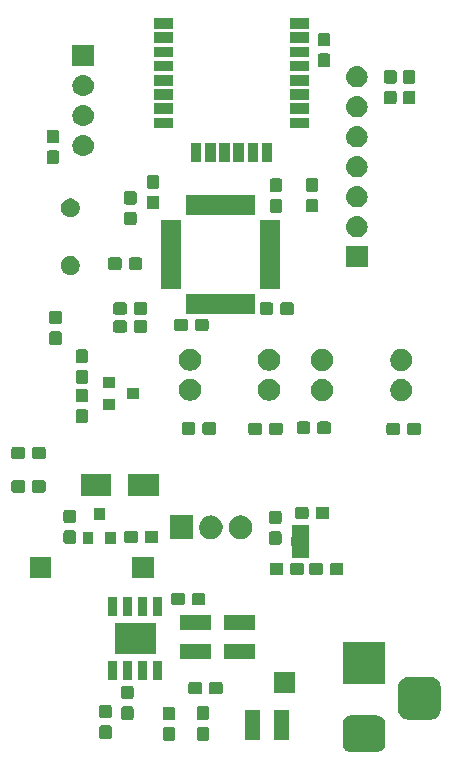
<source format=gbr>
G04 #@! TF.GenerationSoftware,KiCad,Pcbnew,(5.1.4)-1*
G04 #@! TF.CreationDate,2020-01-10T19:08:40-06:00*
G04 #@! TF.ProjectId,EncoderBoard,456e636f-6465-4724-926f-6172642e6b69,v1.0*
G04 #@! TF.SameCoordinates,Original*
G04 #@! TF.FileFunction,Soldermask,Top*
G04 #@! TF.FilePolarity,Negative*
%FSLAX46Y46*%
G04 Gerber Fmt 4.6, Leading zero omitted, Abs format (unit mm)*
G04 Created by KiCad (PCBNEW (5.1.4)-1) date 2020-01-10 19:08:40*
%MOMM*%
%LPD*%
G04 APERTURE LIST*
%ADD10C,0.100000*%
G04 APERTURE END LIST*
D10*
G36*
X136202579Y-143706093D02*
G01*
X136336225Y-143746634D01*
X136459384Y-143812464D01*
X136567340Y-143901060D01*
X136655936Y-144009016D01*
X136721766Y-144132175D01*
X136762307Y-144265821D01*
X136776600Y-144410940D01*
X136776600Y-146074660D01*
X136762307Y-146219779D01*
X136721766Y-146353425D01*
X136655936Y-146476584D01*
X136567340Y-146584540D01*
X136459384Y-146673136D01*
X136336225Y-146738966D01*
X136202579Y-146779507D01*
X136057460Y-146793800D01*
X133893740Y-146793800D01*
X133748621Y-146779507D01*
X133614975Y-146738966D01*
X133491816Y-146673136D01*
X133383860Y-146584540D01*
X133295264Y-146476584D01*
X133229434Y-146353425D01*
X133188893Y-146219779D01*
X133174600Y-146074660D01*
X133174600Y-144410940D01*
X133188893Y-144265821D01*
X133229434Y-144132175D01*
X133295264Y-144009016D01*
X133383860Y-143901060D01*
X133491816Y-143812464D01*
X133614975Y-143746634D01*
X133748621Y-143706093D01*
X133893740Y-143691800D01*
X136057460Y-143691800D01*
X136202579Y-143706093D01*
X136202579Y-143706093D01*
G37*
G36*
X118830099Y-144702445D02*
G01*
X118867595Y-144713820D01*
X118902154Y-144732292D01*
X118932447Y-144757153D01*
X118957308Y-144787446D01*
X118975780Y-144822005D01*
X118987155Y-144859501D01*
X118991600Y-144904638D01*
X118991600Y-145643362D01*
X118987155Y-145688499D01*
X118975780Y-145725995D01*
X118957308Y-145760554D01*
X118932447Y-145790847D01*
X118902154Y-145815708D01*
X118867595Y-145834180D01*
X118830099Y-145845555D01*
X118784962Y-145850000D01*
X118146238Y-145850000D01*
X118101101Y-145845555D01*
X118063605Y-145834180D01*
X118029046Y-145815708D01*
X117998753Y-145790847D01*
X117973892Y-145760554D01*
X117955420Y-145725995D01*
X117944045Y-145688499D01*
X117939600Y-145643362D01*
X117939600Y-144904638D01*
X117944045Y-144859501D01*
X117955420Y-144822005D01*
X117973892Y-144787446D01*
X117998753Y-144757153D01*
X118029046Y-144732292D01*
X118063605Y-144713820D01*
X118101101Y-144702445D01*
X118146238Y-144698000D01*
X118784962Y-144698000D01*
X118830099Y-144702445D01*
X118830099Y-144702445D01*
G37*
G36*
X121700299Y-144677045D02*
G01*
X121737795Y-144688420D01*
X121772354Y-144706892D01*
X121802647Y-144731753D01*
X121827508Y-144762046D01*
X121845980Y-144796605D01*
X121857355Y-144834101D01*
X121861800Y-144879238D01*
X121861800Y-145617962D01*
X121857355Y-145663099D01*
X121845980Y-145700595D01*
X121827508Y-145735154D01*
X121802647Y-145765447D01*
X121772354Y-145790308D01*
X121737795Y-145808780D01*
X121700299Y-145820155D01*
X121655162Y-145824600D01*
X121016438Y-145824600D01*
X120971301Y-145820155D01*
X120933805Y-145808780D01*
X120899246Y-145790308D01*
X120868953Y-145765447D01*
X120844092Y-145735154D01*
X120825620Y-145700595D01*
X120814245Y-145663099D01*
X120809800Y-145617962D01*
X120809800Y-144879238D01*
X120814245Y-144834101D01*
X120825620Y-144796605D01*
X120844092Y-144762046D01*
X120868953Y-144731753D01*
X120899246Y-144706892D01*
X120933805Y-144688420D01*
X120971301Y-144677045D01*
X121016438Y-144672600D01*
X121655162Y-144672600D01*
X121700299Y-144677045D01*
X121700299Y-144677045D01*
G37*
G36*
X128672400Y-145801600D02*
G01*
X127370400Y-145801600D01*
X127370400Y-143199600D01*
X128672400Y-143199600D01*
X128672400Y-145801600D01*
X128672400Y-145801600D01*
G37*
G36*
X126172400Y-145801600D02*
G01*
X124870400Y-145801600D01*
X124870400Y-143199600D01*
X126172400Y-143199600D01*
X126172400Y-145801600D01*
X126172400Y-145801600D01*
G37*
G36*
X113454566Y-144543201D02*
G01*
X113492062Y-144554576D01*
X113526621Y-144573048D01*
X113556914Y-144597909D01*
X113581775Y-144628202D01*
X113600247Y-144662761D01*
X113611622Y-144700257D01*
X113616067Y-144745394D01*
X113616067Y-145484118D01*
X113611622Y-145529255D01*
X113600247Y-145566751D01*
X113581775Y-145601310D01*
X113556914Y-145631603D01*
X113526621Y-145656464D01*
X113492062Y-145674936D01*
X113454566Y-145686311D01*
X113409429Y-145690756D01*
X112770705Y-145690756D01*
X112725568Y-145686311D01*
X112688072Y-145674936D01*
X112653513Y-145656464D01*
X112623220Y-145631603D01*
X112598359Y-145601310D01*
X112579887Y-145566751D01*
X112568512Y-145529255D01*
X112564067Y-145484118D01*
X112564067Y-144745394D01*
X112568512Y-144700257D01*
X112579887Y-144662761D01*
X112598359Y-144628202D01*
X112623220Y-144597909D01*
X112653513Y-144573048D01*
X112688072Y-144554576D01*
X112725568Y-144543201D01*
X112770705Y-144538756D01*
X113409429Y-144538756D01*
X113454566Y-144543201D01*
X113454566Y-144543201D01*
G37*
G36*
X118830099Y-142952445D02*
G01*
X118867595Y-142963820D01*
X118902154Y-142982292D01*
X118932447Y-143007153D01*
X118957308Y-143037446D01*
X118975780Y-143072005D01*
X118987155Y-143109501D01*
X118991600Y-143154638D01*
X118991600Y-143893362D01*
X118987155Y-143938499D01*
X118975780Y-143975995D01*
X118957308Y-144010554D01*
X118932447Y-144040847D01*
X118902154Y-144065708D01*
X118867595Y-144084180D01*
X118830099Y-144095555D01*
X118784962Y-144100000D01*
X118146238Y-144100000D01*
X118101101Y-144095555D01*
X118063605Y-144084180D01*
X118029046Y-144065708D01*
X117998753Y-144040847D01*
X117973892Y-144010554D01*
X117955420Y-143975995D01*
X117944045Y-143938499D01*
X117939600Y-143893362D01*
X117939600Y-143154638D01*
X117944045Y-143109501D01*
X117955420Y-143072005D01*
X117973892Y-143037446D01*
X117998753Y-143007153D01*
X118029046Y-142982292D01*
X118063605Y-142963820D01*
X118101101Y-142952445D01*
X118146238Y-142948000D01*
X118784962Y-142948000D01*
X118830099Y-142952445D01*
X118830099Y-142952445D01*
G37*
G36*
X115308766Y-142935381D02*
G01*
X115346262Y-142946756D01*
X115380821Y-142965228D01*
X115411114Y-142990089D01*
X115435975Y-143020382D01*
X115454447Y-143054941D01*
X115465822Y-143092437D01*
X115470267Y-143137574D01*
X115470267Y-143876298D01*
X115465822Y-143921435D01*
X115454447Y-143958931D01*
X115435975Y-143993490D01*
X115411114Y-144023783D01*
X115380821Y-144048644D01*
X115346262Y-144067116D01*
X115308766Y-144078491D01*
X115263629Y-144082936D01*
X114624905Y-144082936D01*
X114579768Y-144078491D01*
X114542272Y-144067116D01*
X114507713Y-144048644D01*
X114477420Y-144023783D01*
X114452559Y-143993490D01*
X114434087Y-143958931D01*
X114422712Y-143921435D01*
X114418267Y-143876298D01*
X114418267Y-143137574D01*
X114422712Y-143092437D01*
X114434087Y-143054941D01*
X114452559Y-143020382D01*
X114477420Y-142990089D01*
X114507713Y-142965228D01*
X114542272Y-142946756D01*
X114579768Y-142935381D01*
X114624905Y-142930936D01*
X115263629Y-142930936D01*
X115308766Y-142935381D01*
X115308766Y-142935381D01*
G37*
G36*
X121700299Y-142927045D02*
G01*
X121737795Y-142938420D01*
X121772354Y-142956892D01*
X121802647Y-142981753D01*
X121827508Y-143012046D01*
X121845980Y-143046605D01*
X121857355Y-143084101D01*
X121861800Y-143129238D01*
X121861800Y-143867962D01*
X121857355Y-143913099D01*
X121845980Y-143950595D01*
X121827508Y-143985154D01*
X121802647Y-144015447D01*
X121772354Y-144040308D01*
X121737795Y-144058780D01*
X121700299Y-144070155D01*
X121655162Y-144074600D01*
X121016438Y-144074600D01*
X120971301Y-144070155D01*
X120933805Y-144058780D01*
X120899246Y-144040308D01*
X120868953Y-144015447D01*
X120844092Y-143985154D01*
X120825620Y-143950595D01*
X120814245Y-143913099D01*
X120809800Y-143867962D01*
X120809800Y-143129238D01*
X120814245Y-143084101D01*
X120825620Y-143046605D01*
X120844092Y-143012046D01*
X120868953Y-142981753D01*
X120899246Y-142956892D01*
X120933805Y-142938420D01*
X120971301Y-142927045D01*
X121016438Y-142922600D01*
X121655162Y-142922600D01*
X121700299Y-142927045D01*
X121700299Y-142927045D01*
G37*
G36*
X140801966Y-140458495D02*
G01*
X140959060Y-140506149D01*
X141103831Y-140583531D01*
X141230728Y-140687672D01*
X141334869Y-140814569D01*
X141412251Y-140959340D01*
X141459905Y-141116434D01*
X141476600Y-141285940D01*
X141476600Y-143199660D01*
X141459905Y-143369166D01*
X141412251Y-143526260D01*
X141334869Y-143671031D01*
X141230728Y-143797928D01*
X141103831Y-143902069D01*
X140959060Y-143979451D01*
X140801966Y-144027105D01*
X140632460Y-144043800D01*
X138718740Y-144043800D01*
X138549234Y-144027105D01*
X138392140Y-143979451D01*
X138247369Y-143902069D01*
X138120472Y-143797928D01*
X138016331Y-143671031D01*
X137938949Y-143526260D01*
X137891295Y-143369166D01*
X137874600Y-143199660D01*
X137874600Y-141285940D01*
X137891295Y-141116434D01*
X137938949Y-140959340D01*
X138016331Y-140814569D01*
X138120472Y-140687672D01*
X138247369Y-140583531D01*
X138392140Y-140506149D01*
X138549234Y-140458495D01*
X138718740Y-140441800D01*
X140632460Y-140441800D01*
X140801966Y-140458495D01*
X140801966Y-140458495D01*
G37*
G36*
X113454566Y-142793201D02*
G01*
X113492062Y-142804576D01*
X113526621Y-142823048D01*
X113556914Y-142847909D01*
X113581775Y-142878202D01*
X113600247Y-142912761D01*
X113611622Y-142950257D01*
X113616067Y-142995394D01*
X113616067Y-143734118D01*
X113611622Y-143779255D01*
X113600247Y-143816751D01*
X113581775Y-143851310D01*
X113556914Y-143881603D01*
X113526621Y-143906464D01*
X113492062Y-143924936D01*
X113454566Y-143936311D01*
X113409429Y-143940756D01*
X112770705Y-143940756D01*
X112725568Y-143936311D01*
X112688072Y-143924936D01*
X112653513Y-143906464D01*
X112623220Y-143881603D01*
X112598359Y-143851310D01*
X112579887Y-143816751D01*
X112568512Y-143779255D01*
X112564067Y-143734118D01*
X112564067Y-142995394D01*
X112568512Y-142950257D01*
X112579887Y-142912761D01*
X112598359Y-142878202D01*
X112623220Y-142847909D01*
X112653513Y-142823048D01*
X112688072Y-142804576D01*
X112725568Y-142793201D01*
X112770705Y-142788756D01*
X113409429Y-142788756D01*
X113454566Y-142793201D01*
X113454566Y-142793201D01*
G37*
G36*
X115308766Y-141185381D02*
G01*
X115346262Y-141196756D01*
X115380821Y-141215228D01*
X115411114Y-141240089D01*
X115435975Y-141270382D01*
X115454447Y-141304941D01*
X115465822Y-141342437D01*
X115470267Y-141387574D01*
X115470267Y-142126298D01*
X115465822Y-142171435D01*
X115454447Y-142208931D01*
X115435975Y-142243490D01*
X115411114Y-142273783D01*
X115380821Y-142298644D01*
X115346262Y-142317116D01*
X115308766Y-142328491D01*
X115263629Y-142332936D01*
X114624905Y-142332936D01*
X114579768Y-142328491D01*
X114542272Y-142317116D01*
X114507713Y-142298644D01*
X114477420Y-142273783D01*
X114452559Y-142243490D01*
X114434087Y-142208931D01*
X114422712Y-142171435D01*
X114418267Y-142126298D01*
X114418267Y-141387574D01*
X114422712Y-141342437D01*
X114434087Y-141304941D01*
X114452559Y-141270382D01*
X114477420Y-141240089D01*
X114507713Y-141215228D01*
X114542272Y-141196756D01*
X114579768Y-141185381D01*
X114624905Y-141180936D01*
X115263629Y-141180936D01*
X115308766Y-141185381D01*
X115308766Y-141185381D01*
G37*
G36*
X122853899Y-140854845D02*
G01*
X122891395Y-140866220D01*
X122925954Y-140884692D01*
X122956247Y-140909553D01*
X122981108Y-140939846D01*
X122999580Y-140974405D01*
X123010955Y-141011901D01*
X123015400Y-141057038D01*
X123015400Y-141695762D01*
X123010955Y-141740899D01*
X122999580Y-141778395D01*
X122981108Y-141812954D01*
X122956247Y-141843247D01*
X122925954Y-141868108D01*
X122891395Y-141886580D01*
X122853899Y-141897955D01*
X122808762Y-141902400D01*
X122070038Y-141902400D01*
X122024901Y-141897955D01*
X121987405Y-141886580D01*
X121952846Y-141868108D01*
X121922553Y-141843247D01*
X121897692Y-141812954D01*
X121879220Y-141778395D01*
X121867845Y-141740899D01*
X121863400Y-141695762D01*
X121863400Y-141057038D01*
X121867845Y-141011901D01*
X121879220Y-140974405D01*
X121897692Y-140939846D01*
X121922553Y-140909553D01*
X121952846Y-140884692D01*
X121987405Y-140866220D01*
X122024901Y-140854845D01*
X122070038Y-140850400D01*
X122808762Y-140850400D01*
X122853899Y-140854845D01*
X122853899Y-140854845D01*
G37*
G36*
X121103899Y-140854845D02*
G01*
X121141395Y-140866220D01*
X121175954Y-140884692D01*
X121206247Y-140909553D01*
X121231108Y-140939846D01*
X121249580Y-140974405D01*
X121260955Y-141011901D01*
X121265400Y-141057038D01*
X121265400Y-141695762D01*
X121260955Y-141740899D01*
X121249580Y-141778395D01*
X121231108Y-141812954D01*
X121206247Y-141843247D01*
X121175954Y-141868108D01*
X121141395Y-141886580D01*
X121103899Y-141897955D01*
X121058762Y-141902400D01*
X120320038Y-141902400D01*
X120274901Y-141897955D01*
X120237405Y-141886580D01*
X120202846Y-141868108D01*
X120172553Y-141843247D01*
X120147692Y-141812954D01*
X120129220Y-141778395D01*
X120117845Y-141740899D01*
X120113400Y-141695762D01*
X120113400Y-141057038D01*
X120117845Y-141011901D01*
X120129220Y-140974405D01*
X120147692Y-140939846D01*
X120172553Y-140909553D01*
X120202846Y-140884692D01*
X120237405Y-140866220D01*
X120274901Y-140854845D01*
X120320038Y-140850400D01*
X121058762Y-140850400D01*
X121103899Y-140854845D01*
X121103899Y-140854845D01*
G37*
G36*
X129145600Y-141794800D02*
G01*
X127343600Y-141794800D01*
X127343600Y-139992800D01*
X129145600Y-139992800D01*
X129145600Y-141794800D01*
X129145600Y-141794800D01*
G37*
G36*
X136776600Y-141043800D02*
G01*
X133174600Y-141043800D01*
X133174600Y-137441800D01*
X136776600Y-137441800D01*
X136776600Y-141043800D01*
X136776600Y-141043800D01*
G37*
G36*
X114113367Y-140734536D02*
G01*
X113311367Y-140734536D01*
X113311367Y-139107536D01*
X114113367Y-139107536D01*
X114113367Y-140734536D01*
X114113367Y-140734536D01*
G37*
G36*
X115383367Y-140734536D02*
G01*
X114581367Y-140734536D01*
X114581367Y-139107536D01*
X115383367Y-139107536D01*
X115383367Y-140734536D01*
X115383367Y-140734536D01*
G37*
G36*
X116653367Y-140734536D02*
G01*
X115851367Y-140734536D01*
X115851367Y-139107536D01*
X116653367Y-139107536D01*
X116653367Y-140734536D01*
X116653367Y-140734536D01*
G37*
G36*
X117923367Y-140734536D02*
G01*
X117121367Y-140734536D01*
X117121367Y-139107536D01*
X117923367Y-139107536D01*
X117923367Y-140734536D01*
X117923367Y-140734536D01*
G37*
G36*
X125761000Y-138959400D02*
G01*
X123159000Y-138959400D01*
X123159000Y-137657400D01*
X125761000Y-137657400D01*
X125761000Y-138959400D01*
X125761000Y-138959400D01*
G37*
G36*
X122049167Y-138957636D02*
G01*
X119447167Y-138957636D01*
X119447167Y-137655636D01*
X122049167Y-137655636D01*
X122049167Y-138957636D01*
X122049167Y-138957636D01*
G37*
G36*
X117369367Y-138516536D02*
G01*
X113865367Y-138516536D01*
X113865367Y-135901536D01*
X117369367Y-135901536D01*
X117369367Y-138516536D01*
X117369367Y-138516536D01*
G37*
G36*
X125761000Y-136459400D02*
G01*
X123159000Y-136459400D01*
X123159000Y-135157400D01*
X125761000Y-135157400D01*
X125761000Y-136459400D01*
X125761000Y-136459400D01*
G37*
G36*
X122049167Y-136457636D02*
G01*
X119447167Y-136457636D01*
X119447167Y-135155636D01*
X122049167Y-135155636D01*
X122049167Y-136457636D01*
X122049167Y-136457636D01*
G37*
G36*
X117923367Y-135310536D02*
G01*
X117121367Y-135310536D01*
X117121367Y-133683536D01*
X117923367Y-133683536D01*
X117923367Y-135310536D01*
X117923367Y-135310536D01*
G37*
G36*
X116653367Y-135310536D02*
G01*
X115851367Y-135310536D01*
X115851367Y-133683536D01*
X116653367Y-133683536D01*
X116653367Y-135310536D01*
X116653367Y-135310536D01*
G37*
G36*
X115383367Y-135310536D02*
G01*
X114581367Y-135310536D01*
X114581367Y-133683536D01*
X115383367Y-133683536D01*
X115383367Y-135310536D01*
X115383367Y-135310536D01*
G37*
G36*
X114113367Y-135310536D02*
G01*
X113311367Y-135310536D01*
X113311367Y-133683536D01*
X114113367Y-133683536D01*
X114113367Y-135310536D01*
X114113367Y-135310536D01*
G37*
G36*
X119652666Y-133334681D02*
G01*
X119690162Y-133346056D01*
X119724721Y-133364528D01*
X119755014Y-133389389D01*
X119779875Y-133419682D01*
X119798347Y-133454241D01*
X119809722Y-133491737D01*
X119814167Y-133536874D01*
X119814167Y-134175598D01*
X119809722Y-134220735D01*
X119798347Y-134258231D01*
X119779875Y-134292790D01*
X119755014Y-134323083D01*
X119724721Y-134347944D01*
X119690162Y-134366416D01*
X119652666Y-134377791D01*
X119607529Y-134382236D01*
X118868805Y-134382236D01*
X118823668Y-134377791D01*
X118786172Y-134366416D01*
X118751613Y-134347944D01*
X118721320Y-134323083D01*
X118696459Y-134292790D01*
X118677987Y-134258231D01*
X118666612Y-134220735D01*
X118662167Y-134175598D01*
X118662167Y-133536874D01*
X118666612Y-133491737D01*
X118677987Y-133454241D01*
X118696459Y-133419682D01*
X118721320Y-133389389D01*
X118751613Y-133364528D01*
X118786172Y-133346056D01*
X118823668Y-133334681D01*
X118868805Y-133330236D01*
X119607529Y-133330236D01*
X119652666Y-133334681D01*
X119652666Y-133334681D01*
G37*
G36*
X121402666Y-133334681D02*
G01*
X121440162Y-133346056D01*
X121474721Y-133364528D01*
X121505014Y-133389389D01*
X121529875Y-133419682D01*
X121548347Y-133454241D01*
X121559722Y-133491737D01*
X121564167Y-133536874D01*
X121564167Y-134175598D01*
X121559722Y-134220735D01*
X121548347Y-134258231D01*
X121529875Y-134292790D01*
X121505014Y-134323083D01*
X121474721Y-134347944D01*
X121440162Y-134366416D01*
X121402666Y-134377791D01*
X121357529Y-134382236D01*
X120618805Y-134382236D01*
X120573668Y-134377791D01*
X120536172Y-134366416D01*
X120501613Y-134347944D01*
X120471320Y-134323083D01*
X120446459Y-134292790D01*
X120427987Y-134258231D01*
X120416612Y-134220735D01*
X120412167Y-134175598D01*
X120412167Y-133536874D01*
X120416612Y-133491737D01*
X120427987Y-133454241D01*
X120446459Y-133419682D01*
X120471320Y-133389389D01*
X120501613Y-133364528D01*
X120536172Y-133346056D01*
X120573668Y-133334681D01*
X120618805Y-133330236D01*
X121357529Y-133330236D01*
X121402666Y-133334681D01*
X121402666Y-133334681D01*
G37*
G36*
X117182200Y-132092000D02*
G01*
X115380200Y-132092000D01*
X115380200Y-130290000D01*
X117182200Y-130290000D01*
X117182200Y-132092000D01*
X117182200Y-132092000D01*
G37*
G36*
X108520800Y-132066600D02*
G01*
X106718800Y-132066600D01*
X106718800Y-130264600D01*
X108520800Y-130264600D01*
X108520800Y-132066600D01*
X108520800Y-132066600D01*
G37*
G36*
X129733866Y-130776901D02*
G01*
X129771362Y-130788276D01*
X129805921Y-130806748D01*
X129836214Y-130831609D01*
X129861075Y-130861902D01*
X129879547Y-130896461D01*
X129890922Y-130933957D01*
X129895367Y-130979094D01*
X129895367Y-131617818D01*
X129890922Y-131662955D01*
X129879547Y-131700451D01*
X129861075Y-131735010D01*
X129836214Y-131765303D01*
X129805921Y-131790164D01*
X129771362Y-131808636D01*
X129733866Y-131820011D01*
X129688729Y-131824456D01*
X128950005Y-131824456D01*
X128904868Y-131820011D01*
X128867372Y-131808636D01*
X128832813Y-131790164D01*
X128802520Y-131765303D01*
X128777659Y-131735010D01*
X128759187Y-131700451D01*
X128747812Y-131662955D01*
X128743367Y-131617818D01*
X128743367Y-130979094D01*
X128747812Y-130933957D01*
X128759187Y-130896461D01*
X128777659Y-130861902D01*
X128802520Y-130831609D01*
X128832813Y-130806748D01*
X128867372Y-130788276D01*
X128904868Y-130776901D01*
X128950005Y-130772456D01*
X129688729Y-130772456D01*
X129733866Y-130776901D01*
X129733866Y-130776901D01*
G37*
G36*
X127983866Y-130776901D02*
G01*
X128021362Y-130788276D01*
X128055921Y-130806748D01*
X128086214Y-130831609D01*
X128111075Y-130861902D01*
X128129547Y-130896461D01*
X128140922Y-130933957D01*
X128145367Y-130979094D01*
X128145367Y-131617818D01*
X128140922Y-131662955D01*
X128129547Y-131700451D01*
X128111075Y-131735010D01*
X128086214Y-131765303D01*
X128055921Y-131790164D01*
X128021362Y-131808636D01*
X127983866Y-131820011D01*
X127938729Y-131824456D01*
X127200005Y-131824456D01*
X127154868Y-131820011D01*
X127117372Y-131808636D01*
X127082813Y-131790164D01*
X127052520Y-131765303D01*
X127027659Y-131735010D01*
X127009187Y-131700451D01*
X126997812Y-131662955D01*
X126993367Y-131617818D01*
X126993367Y-130979094D01*
X126997812Y-130933957D01*
X127009187Y-130896461D01*
X127027659Y-130861902D01*
X127052520Y-130831609D01*
X127082813Y-130806748D01*
X127117372Y-130788276D01*
X127154868Y-130776901D01*
X127200005Y-130772456D01*
X127938729Y-130772456D01*
X127983866Y-130776901D01*
X127983866Y-130776901D01*
G37*
G36*
X133081586Y-130776901D02*
G01*
X133119082Y-130788276D01*
X133153641Y-130806748D01*
X133183934Y-130831609D01*
X133208795Y-130861902D01*
X133227267Y-130896461D01*
X133238642Y-130933957D01*
X133243087Y-130979094D01*
X133243087Y-131617818D01*
X133238642Y-131662955D01*
X133227267Y-131700451D01*
X133208795Y-131735010D01*
X133183934Y-131765303D01*
X133153641Y-131790164D01*
X133119082Y-131808636D01*
X133081586Y-131820011D01*
X133036449Y-131824456D01*
X132297725Y-131824456D01*
X132252588Y-131820011D01*
X132215092Y-131808636D01*
X132180533Y-131790164D01*
X132150240Y-131765303D01*
X132125379Y-131735010D01*
X132106907Y-131700451D01*
X132095532Y-131662955D01*
X132091087Y-131617818D01*
X132091087Y-130979094D01*
X132095532Y-130933957D01*
X132106907Y-130896461D01*
X132125379Y-130861902D01*
X132150240Y-130831609D01*
X132180533Y-130806748D01*
X132215092Y-130788276D01*
X132252588Y-130776901D01*
X132297725Y-130772456D01*
X133036449Y-130772456D01*
X133081586Y-130776901D01*
X133081586Y-130776901D01*
G37*
G36*
X131331586Y-130776901D02*
G01*
X131369082Y-130788276D01*
X131403641Y-130806748D01*
X131433934Y-130831609D01*
X131458795Y-130861902D01*
X131477267Y-130896461D01*
X131488642Y-130933957D01*
X131493087Y-130979094D01*
X131493087Y-131617818D01*
X131488642Y-131662955D01*
X131477267Y-131700451D01*
X131458795Y-131735010D01*
X131433934Y-131765303D01*
X131403641Y-131790164D01*
X131369082Y-131808636D01*
X131331586Y-131820011D01*
X131286449Y-131824456D01*
X130547725Y-131824456D01*
X130502588Y-131820011D01*
X130465092Y-131808636D01*
X130430533Y-131790164D01*
X130400240Y-131765303D01*
X130375379Y-131735010D01*
X130356907Y-131700451D01*
X130345532Y-131662955D01*
X130341087Y-131617818D01*
X130341087Y-130979094D01*
X130345532Y-130933957D01*
X130356907Y-130896461D01*
X130375379Y-130861902D01*
X130400240Y-130831609D01*
X130430533Y-130806748D01*
X130465092Y-130788276D01*
X130502588Y-130776901D01*
X130547725Y-130772456D01*
X131286449Y-130772456D01*
X131331586Y-130776901D01*
X131331586Y-130776901D01*
G37*
G36*
X130293447Y-128495897D02*
G01*
X130295849Y-128520283D01*
X130302962Y-128543732D01*
X130314513Y-128565343D01*
X130330058Y-128584285D01*
X130349000Y-128599830D01*
X130353447Y-128602207D01*
X130353447Y-129351585D01*
X130349000Y-129353962D01*
X130330058Y-129369507D01*
X130314513Y-129388449D01*
X130302962Y-129410060D01*
X130295849Y-129433509D01*
X130293447Y-129457895D01*
X130293447Y-130382696D01*
X128891447Y-130382696D01*
X128891447Y-129457895D01*
X128889045Y-129433509D01*
X128881932Y-129410060D01*
X128870381Y-129388449D01*
X128854836Y-129369507D01*
X128835894Y-129353962D01*
X128831447Y-129351585D01*
X128831447Y-128602207D01*
X128835894Y-128599830D01*
X128854836Y-128584285D01*
X128870381Y-128565343D01*
X128881932Y-128543732D01*
X128889045Y-128520283D01*
X128891447Y-128495897D01*
X128891447Y-127571096D01*
X130293447Y-127571096D01*
X130293447Y-128495897D01*
X130293447Y-128495897D01*
G37*
G36*
X127838586Y-128101781D02*
G01*
X127876082Y-128113156D01*
X127910641Y-128131628D01*
X127940934Y-128156489D01*
X127965795Y-128186782D01*
X127984267Y-128221341D01*
X127995642Y-128258837D01*
X128000087Y-128303974D01*
X128000087Y-129042698D01*
X127995642Y-129087835D01*
X127984267Y-129125331D01*
X127965795Y-129159890D01*
X127940934Y-129190183D01*
X127910641Y-129215044D01*
X127876082Y-129233516D01*
X127838586Y-129244891D01*
X127793449Y-129249336D01*
X127154725Y-129249336D01*
X127109588Y-129244891D01*
X127072092Y-129233516D01*
X127037533Y-129215044D01*
X127007240Y-129190183D01*
X126982379Y-129159890D01*
X126963907Y-129125331D01*
X126952532Y-129087835D01*
X126948087Y-129042698D01*
X126948087Y-128303974D01*
X126952532Y-128258837D01*
X126963907Y-128221341D01*
X126982379Y-128186782D01*
X127007240Y-128156489D01*
X127037533Y-128131628D01*
X127072092Y-128113156D01*
X127109588Y-128101781D01*
X127154725Y-128097336D01*
X127793449Y-128097336D01*
X127838586Y-128101781D01*
X127838586Y-128101781D01*
G37*
G36*
X113975447Y-129172336D02*
G01*
X113073447Y-129172336D01*
X113073447Y-128170336D01*
X113975447Y-128170336D01*
X113975447Y-129172336D01*
X113975447Y-129172336D01*
G37*
G36*
X112075447Y-129172336D02*
G01*
X111173447Y-129172336D01*
X111173447Y-128170336D01*
X112075447Y-128170336D01*
X112075447Y-129172336D01*
X112075447Y-129172336D01*
G37*
G36*
X110429426Y-128015421D02*
G01*
X110466922Y-128026796D01*
X110501481Y-128045268D01*
X110531774Y-128070129D01*
X110556635Y-128100422D01*
X110575107Y-128134981D01*
X110586482Y-128172477D01*
X110590927Y-128217614D01*
X110590927Y-128956338D01*
X110586482Y-129001475D01*
X110575107Y-129038971D01*
X110556635Y-129073530D01*
X110531774Y-129103823D01*
X110501481Y-129128684D01*
X110466922Y-129147156D01*
X110429426Y-129158531D01*
X110384289Y-129162976D01*
X109745565Y-129162976D01*
X109700428Y-129158531D01*
X109662932Y-129147156D01*
X109628373Y-129128684D01*
X109598080Y-129103823D01*
X109573219Y-129073530D01*
X109554747Y-129038971D01*
X109543372Y-129001475D01*
X109538927Y-128956338D01*
X109538927Y-128217614D01*
X109543372Y-128172477D01*
X109554747Y-128134981D01*
X109573219Y-128100422D01*
X109598080Y-128070129D01*
X109628373Y-128045268D01*
X109662932Y-128026796D01*
X109700428Y-128015421D01*
X109745565Y-128010976D01*
X110384289Y-128010976D01*
X110429426Y-128015421D01*
X110429426Y-128015421D01*
G37*
G36*
X117409786Y-128048941D02*
G01*
X117447282Y-128060316D01*
X117481841Y-128078788D01*
X117512134Y-128103649D01*
X117536995Y-128133942D01*
X117555467Y-128168501D01*
X117566842Y-128205997D01*
X117571287Y-128251134D01*
X117571287Y-128889858D01*
X117566842Y-128934995D01*
X117555467Y-128972491D01*
X117536995Y-129007050D01*
X117512134Y-129037343D01*
X117481841Y-129062204D01*
X117447282Y-129080676D01*
X117409786Y-129092051D01*
X117364649Y-129096496D01*
X116625925Y-129096496D01*
X116580788Y-129092051D01*
X116543292Y-129080676D01*
X116508733Y-129062204D01*
X116478440Y-129037343D01*
X116453579Y-129007050D01*
X116435107Y-128972491D01*
X116423732Y-128934995D01*
X116419287Y-128889858D01*
X116419287Y-128251134D01*
X116423732Y-128205997D01*
X116435107Y-128168501D01*
X116453579Y-128133942D01*
X116478440Y-128103649D01*
X116508733Y-128078788D01*
X116543292Y-128060316D01*
X116580788Y-128048941D01*
X116625925Y-128044496D01*
X117364649Y-128044496D01*
X117409786Y-128048941D01*
X117409786Y-128048941D01*
G37*
G36*
X115659786Y-128048941D02*
G01*
X115697282Y-128060316D01*
X115731841Y-128078788D01*
X115762134Y-128103649D01*
X115786995Y-128133942D01*
X115805467Y-128168501D01*
X115816842Y-128205997D01*
X115821287Y-128251134D01*
X115821287Y-128889858D01*
X115816842Y-128934995D01*
X115805467Y-128972491D01*
X115786995Y-129007050D01*
X115762134Y-129037343D01*
X115731841Y-129062204D01*
X115697282Y-129080676D01*
X115659786Y-129092051D01*
X115614649Y-129096496D01*
X114875925Y-129096496D01*
X114830788Y-129092051D01*
X114793292Y-129080676D01*
X114758733Y-129062204D01*
X114728440Y-129037343D01*
X114703579Y-129007050D01*
X114685107Y-128972491D01*
X114673732Y-128934995D01*
X114669287Y-128889858D01*
X114669287Y-128251134D01*
X114673732Y-128205997D01*
X114685107Y-128168501D01*
X114703579Y-128133942D01*
X114728440Y-128103649D01*
X114758733Y-128078788D01*
X114793292Y-128060316D01*
X114830788Y-128048941D01*
X114875925Y-128044496D01*
X115614649Y-128044496D01*
X115659786Y-128048941D01*
X115659786Y-128048941D01*
G37*
G36*
X124716885Y-126780234D02*
G01*
X124813581Y-126799468D01*
X124995751Y-126874926D01*
X125159700Y-126984473D01*
X125299127Y-127123900D01*
X125408674Y-127287849D01*
X125484132Y-127470019D01*
X125522600Y-127663410D01*
X125522600Y-127860590D01*
X125484132Y-128053981D01*
X125408674Y-128236151D01*
X125299127Y-128400100D01*
X125159700Y-128539527D01*
X124995751Y-128649074D01*
X124813581Y-128724532D01*
X124620191Y-128763000D01*
X124423009Y-128763000D01*
X124229619Y-128724532D01*
X124047449Y-128649074D01*
X123883500Y-128539527D01*
X123744073Y-128400100D01*
X123634526Y-128236151D01*
X123559068Y-128053981D01*
X123520600Y-127860590D01*
X123520600Y-127663410D01*
X123559068Y-127470019D01*
X123634526Y-127287849D01*
X123744073Y-127123900D01*
X123883500Y-126984473D01*
X124047449Y-126874926D01*
X124229619Y-126799468D01*
X124326315Y-126780234D01*
X124423009Y-126761000D01*
X124620191Y-126761000D01*
X124716885Y-126780234D01*
X124716885Y-126780234D01*
G37*
G36*
X122216885Y-126780234D02*
G01*
X122313581Y-126799468D01*
X122495751Y-126874926D01*
X122659700Y-126984473D01*
X122799127Y-127123900D01*
X122908674Y-127287849D01*
X122984132Y-127470019D01*
X123022600Y-127663410D01*
X123022600Y-127860590D01*
X122984132Y-128053981D01*
X122908674Y-128236151D01*
X122799127Y-128400100D01*
X122659700Y-128539527D01*
X122495751Y-128649074D01*
X122313581Y-128724532D01*
X122120191Y-128763000D01*
X121923009Y-128763000D01*
X121729619Y-128724532D01*
X121547449Y-128649074D01*
X121383500Y-128539527D01*
X121244073Y-128400100D01*
X121134526Y-128236151D01*
X121059068Y-128053981D01*
X121020600Y-127860590D01*
X121020600Y-127663410D01*
X121059068Y-127470019D01*
X121134526Y-127287849D01*
X121244073Y-127123900D01*
X121383500Y-126984473D01*
X121547449Y-126874926D01*
X121729619Y-126799468D01*
X121826315Y-126780234D01*
X121923009Y-126761000D01*
X122120191Y-126761000D01*
X122216885Y-126780234D01*
X122216885Y-126780234D01*
G37*
G36*
X120522600Y-128763000D02*
G01*
X118520600Y-128763000D01*
X118520600Y-126761000D01*
X120522600Y-126761000D01*
X120522600Y-128763000D01*
X120522600Y-128763000D01*
G37*
G36*
X127838586Y-126351781D02*
G01*
X127876082Y-126363156D01*
X127910641Y-126381628D01*
X127940934Y-126406489D01*
X127965795Y-126436782D01*
X127984267Y-126471341D01*
X127995642Y-126508837D01*
X128000087Y-126553974D01*
X128000087Y-127292698D01*
X127995642Y-127337835D01*
X127984267Y-127375331D01*
X127965795Y-127409890D01*
X127940934Y-127440183D01*
X127910641Y-127465044D01*
X127876082Y-127483516D01*
X127838586Y-127494891D01*
X127793449Y-127499336D01*
X127154725Y-127499336D01*
X127109588Y-127494891D01*
X127072092Y-127483516D01*
X127037533Y-127465044D01*
X127007240Y-127440183D01*
X126982379Y-127409890D01*
X126963907Y-127375331D01*
X126952532Y-127337835D01*
X126948087Y-127292698D01*
X126948087Y-126553974D01*
X126952532Y-126508837D01*
X126963907Y-126471341D01*
X126982379Y-126436782D01*
X127007240Y-126406489D01*
X127037533Y-126381628D01*
X127072092Y-126363156D01*
X127109588Y-126351781D01*
X127154725Y-126347336D01*
X127793449Y-126347336D01*
X127838586Y-126351781D01*
X127838586Y-126351781D01*
G37*
G36*
X110429426Y-126265421D02*
G01*
X110466922Y-126276796D01*
X110501481Y-126295268D01*
X110531774Y-126320129D01*
X110556635Y-126350422D01*
X110575107Y-126384981D01*
X110586482Y-126422477D01*
X110590927Y-126467614D01*
X110590927Y-127206338D01*
X110586482Y-127251475D01*
X110575107Y-127288971D01*
X110556635Y-127323530D01*
X110531774Y-127353823D01*
X110501481Y-127378684D01*
X110466922Y-127397156D01*
X110429426Y-127408531D01*
X110384289Y-127412976D01*
X109745565Y-127412976D01*
X109700428Y-127408531D01*
X109662932Y-127397156D01*
X109628373Y-127378684D01*
X109598080Y-127353823D01*
X109573219Y-127323530D01*
X109554747Y-127288971D01*
X109543372Y-127251475D01*
X109538927Y-127206338D01*
X109538927Y-126467614D01*
X109543372Y-126422477D01*
X109554747Y-126384981D01*
X109573219Y-126350422D01*
X109598080Y-126320129D01*
X109628373Y-126295268D01*
X109662932Y-126276796D01*
X109700428Y-126265421D01*
X109745565Y-126260976D01*
X110384289Y-126260976D01*
X110429426Y-126265421D01*
X110429426Y-126265421D01*
G37*
G36*
X113025447Y-127172336D02*
G01*
X112123447Y-127172336D01*
X112123447Y-126170336D01*
X113025447Y-126170336D01*
X113025447Y-127172336D01*
X113025447Y-127172336D01*
G37*
G36*
X130127626Y-126022021D02*
G01*
X130165122Y-126033396D01*
X130199681Y-126051868D01*
X130229974Y-126076729D01*
X130254835Y-126107022D01*
X130273307Y-126141581D01*
X130284682Y-126179077D01*
X130289127Y-126224214D01*
X130289127Y-126862938D01*
X130284682Y-126908075D01*
X130273307Y-126945571D01*
X130254835Y-126980130D01*
X130229974Y-127010423D01*
X130199681Y-127035284D01*
X130165122Y-127053756D01*
X130127626Y-127065131D01*
X130082489Y-127069576D01*
X129343765Y-127069576D01*
X129298628Y-127065131D01*
X129261132Y-127053756D01*
X129226573Y-127035284D01*
X129196280Y-127010423D01*
X129171419Y-126980130D01*
X129152947Y-126945571D01*
X129141572Y-126908075D01*
X129137127Y-126862938D01*
X129137127Y-126224214D01*
X129141572Y-126179077D01*
X129152947Y-126141581D01*
X129171419Y-126107022D01*
X129196280Y-126076729D01*
X129226573Y-126051868D01*
X129261132Y-126033396D01*
X129298628Y-126022021D01*
X129343765Y-126017576D01*
X130082489Y-126017576D01*
X130127626Y-126022021D01*
X130127626Y-126022021D01*
G37*
G36*
X131877626Y-126022021D02*
G01*
X131915122Y-126033396D01*
X131949681Y-126051868D01*
X131979974Y-126076729D01*
X132004835Y-126107022D01*
X132023307Y-126141581D01*
X132034682Y-126179077D01*
X132039127Y-126224214D01*
X132039127Y-126862938D01*
X132034682Y-126908075D01*
X132023307Y-126945571D01*
X132004835Y-126980130D01*
X131979974Y-127010423D01*
X131949681Y-127035284D01*
X131915122Y-127053756D01*
X131877626Y-127065131D01*
X131832489Y-127069576D01*
X131093765Y-127069576D01*
X131048628Y-127065131D01*
X131011132Y-127053756D01*
X130976573Y-127035284D01*
X130946280Y-127010423D01*
X130921419Y-126980130D01*
X130902947Y-126945571D01*
X130891572Y-126908075D01*
X130887127Y-126862938D01*
X130887127Y-126224214D01*
X130891572Y-126179077D01*
X130902947Y-126141581D01*
X130921419Y-126107022D01*
X130946280Y-126076729D01*
X130976573Y-126051868D01*
X131011132Y-126033396D01*
X131048628Y-126022021D01*
X131093765Y-126017576D01*
X131832489Y-126017576D01*
X131877626Y-126022021D01*
X131877626Y-126022021D01*
G37*
G36*
X113587407Y-125122216D02*
G01*
X110985407Y-125122216D01*
X110985407Y-123220216D01*
X113587407Y-123220216D01*
X113587407Y-125122216D01*
X113587407Y-125122216D01*
G37*
G36*
X117587407Y-125122216D02*
G01*
X114985407Y-125122216D01*
X114985407Y-123220216D01*
X117587407Y-123220216D01*
X117587407Y-125122216D01*
X117587407Y-125122216D01*
G37*
G36*
X106117899Y-123786045D02*
G01*
X106155395Y-123797420D01*
X106189954Y-123815892D01*
X106220247Y-123840753D01*
X106245108Y-123871046D01*
X106263580Y-123905605D01*
X106274955Y-123943101D01*
X106279400Y-123988238D01*
X106279400Y-124626962D01*
X106274955Y-124672099D01*
X106263580Y-124709595D01*
X106245108Y-124744154D01*
X106220247Y-124774447D01*
X106189954Y-124799308D01*
X106155395Y-124817780D01*
X106117899Y-124829155D01*
X106072762Y-124833600D01*
X105334038Y-124833600D01*
X105288901Y-124829155D01*
X105251405Y-124817780D01*
X105216846Y-124799308D01*
X105186553Y-124774447D01*
X105161692Y-124744154D01*
X105143220Y-124709595D01*
X105131845Y-124672099D01*
X105127400Y-124626962D01*
X105127400Y-123988238D01*
X105131845Y-123943101D01*
X105143220Y-123905605D01*
X105161692Y-123871046D01*
X105186553Y-123840753D01*
X105216846Y-123815892D01*
X105251405Y-123797420D01*
X105288901Y-123786045D01*
X105334038Y-123781600D01*
X106072762Y-123781600D01*
X106117899Y-123786045D01*
X106117899Y-123786045D01*
G37*
G36*
X107867899Y-123786045D02*
G01*
X107905395Y-123797420D01*
X107939954Y-123815892D01*
X107970247Y-123840753D01*
X107995108Y-123871046D01*
X108013580Y-123905605D01*
X108024955Y-123943101D01*
X108029400Y-123988238D01*
X108029400Y-124626962D01*
X108024955Y-124672099D01*
X108013580Y-124709595D01*
X107995108Y-124744154D01*
X107970247Y-124774447D01*
X107939954Y-124799308D01*
X107905395Y-124817780D01*
X107867899Y-124829155D01*
X107822762Y-124833600D01*
X107084038Y-124833600D01*
X107038901Y-124829155D01*
X107001405Y-124817780D01*
X106966846Y-124799308D01*
X106936553Y-124774447D01*
X106911692Y-124744154D01*
X106893220Y-124709595D01*
X106881845Y-124672099D01*
X106877400Y-124626962D01*
X106877400Y-123988238D01*
X106881845Y-123943101D01*
X106893220Y-123905605D01*
X106911692Y-123871046D01*
X106936553Y-123840753D01*
X106966846Y-123815892D01*
X107001405Y-123797420D01*
X107038901Y-123786045D01*
X107084038Y-123781600D01*
X107822762Y-123781600D01*
X107867899Y-123786045D01*
X107867899Y-123786045D01*
G37*
G36*
X106117899Y-120941245D02*
G01*
X106155395Y-120952620D01*
X106189954Y-120971092D01*
X106220247Y-120995953D01*
X106245108Y-121026246D01*
X106263580Y-121060805D01*
X106274955Y-121098301D01*
X106279400Y-121143438D01*
X106279400Y-121782162D01*
X106274955Y-121827299D01*
X106263580Y-121864795D01*
X106245108Y-121899354D01*
X106220247Y-121929647D01*
X106189954Y-121954508D01*
X106155395Y-121972980D01*
X106117899Y-121984355D01*
X106072762Y-121988800D01*
X105334038Y-121988800D01*
X105288901Y-121984355D01*
X105251405Y-121972980D01*
X105216846Y-121954508D01*
X105186553Y-121929647D01*
X105161692Y-121899354D01*
X105143220Y-121864795D01*
X105131845Y-121827299D01*
X105127400Y-121782162D01*
X105127400Y-121143438D01*
X105131845Y-121098301D01*
X105143220Y-121060805D01*
X105161692Y-121026246D01*
X105186553Y-120995953D01*
X105216846Y-120971092D01*
X105251405Y-120952620D01*
X105288901Y-120941245D01*
X105334038Y-120936800D01*
X106072762Y-120936800D01*
X106117899Y-120941245D01*
X106117899Y-120941245D01*
G37*
G36*
X107867899Y-120941245D02*
G01*
X107905395Y-120952620D01*
X107939954Y-120971092D01*
X107970247Y-120995953D01*
X107995108Y-121026246D01*
X108013580Y-121060805D01*
X108024955Y-121098301D01*
X108029400Y-121143438D01*
X108029400Y-121782162D01*
X108024955Y-121827299D01*
X108013580Y-121864795D01*
X107995108Y-121899354D01*
X107970247Y-121929647D01*
X107939954Y-121954508D01*
X107905395Y-121972980D01*
X107867899Y-121984355D01*
X107822762Y-121988800D01*
X107084038Y-121988800D01*
X107038901Y-121984355D01*
X107001405Y-121972980D01*
X106966846Y-121954508D01*
X106936553Y-121929647D01*
X106911692Y-121899354D01*
X106893220Y-121864795D01*
X106881845Y-121827299D01*
X106877400Y-121782162D01*
X106877400Y-121143438D01*
X106881845Y-121098301D01*
X106893220Y-121060805D01*
X106911692Y-121026246D01*
X106936553Y-120995953D01*
X106966846Y-120971092D01*
X107001405Y-120952620D01*
X107038901Y-120941245D01*
X107084038Y-120936800D01*
X107822762Y-120936800D01*
X107867899Y-120941245D01*
X107867899Y-120941245D01*
G37*
G36*
X139628059Y-118911785D02*
G01*
X139665555Y-118923160D01*
X139700114Y-118941632D01*
X139730407Y-118966493D01*
X139755268Y-118996786D01*
X139773740Y-119031345D01*
X139785115Y-119068841D01*
X139789560Y-119113978D01*
X139789560Y-119752702D01*
X139785115Y-119797839D01*
X139773740Y-119835335D01*
X139755268Y-119869894D01*
X139730407Y-119900187D01*
X139700114Y-119925048D01*
X139665555Y-119943520D01*
X139628059Y-119954895D01*
X139582922Y-119959340D01*
X138844198Y-119959340D01*
X138799061Y-119954895D01*
X138761565Y-119943520D01*
X138727006Y-119925048D01*
X138696713Y-119900187D01*
X138671852Y-119869894D01*
X138653380Y-119835335D01*
X138642005Y-119797839D01*
X138637560Y-119752702D01*
X138637560Y-119113978D01*
X138642005Y-119068841D01*
X138653380Y-119031345D01*
X138671852Y-118996786D01*
X138696713Y-118966493D01*
X138727006Y-118941632D01*
X138761565Y-118923160D01*
X138799061Y-118911785D01*
X138844198Y-118907340D01*
X139582922Y-118907340D01*
X139628059Y-118911785D01*
X139628059Y-118911785D01*
G37*
G36*
X137878059Y-118911785D02*
G01*
X137915555Y-118923160D01*
X137950114Y-118941632D01*
X137980407Y-118966493D01*
X138005268Y-118996786D01*
X138023740Y-119031345D01*
X138035115Y-119068841D01*
X138039560Y-119113978D01*
X138039560Y-119752702D01*
X138035115Y-119797839D01*
X138023740Y-119835335D01*
X138005268Y-119869894D01*
X137980407Y-119900187D01*
X137950114Y-119925048D01*
X137915555Y-119943520D01*
X137878059Y-119954895D01*
X137832922Y-119959340D01*
X137094198Y-119959340D01*
X137049061Y-119954895D01*
X137011565Y-119943520D01*
X136977006Y-119925048D01*
X136946713Y-119900187D01*
X136921852Y-119869894D01*
X136903380Y-119835335D01*
X136892005Y-119797839D01*
X136887560Y-119752702D01*
X136887560Y-119113978D01*
X136892005Y-119068841D01*
X136903380Y-119031345D01*
X136921852Y-118996786D01*
X136946713Y-118966493D01*
X136977006Y-118941632D01*
X137011565Y-118923160D01*
X137049061Y-118911785D01*
X137094198Y-118907340D01*
X137832922Y-118907340D01*
X137878059Y-118911785D01*
X137878059Y-118911785D01*
G37*
G36*
X127931359Y-118899085D02*
G01*
X127968855Y-118910460D01*
X128003414Y-118928932D01*
X128033707Y-118953793D01*
X128058568Y-118984086D01*
X128077040Y-119018645D01*
X128088415Y-119056141D01*
X128092860Y-119101278D01*
X128092860Y-119740002D01*
X128088415Y-119785139D01*
X128077040Y-119822635D01*
X128058568Y-119857194D01*
X128033707Y-119887487D01*
X128003414Y-119912348D01*
X127968855Y-119930820D01*
X127931359Y-119942195D01*
X127886222Y-119946640D01*
X127147498Y-119946640D01*
X127102361Y-119942195D01*
X127064865Y-119930820D01*
X127030306Y-119912348D01*
X127000013Y-119887487D01*
X126975152Y-119857194D01*
X126956680Y-119822635D01*
X126945305Y-119785139D01*
X126940860Y-119740002D01*
X126940860Y-119101278D01*
X126945305Y-119056141D01*
X126956680Y-119018645D01*
X126975152Y-118984086D01*
X127000013Y-118953793D01*
X127030306Y-118928932D01*
X127064865Y-118910460D01*
X127102361Y-118899085D01*
X127147498Y-118894640D01*
X127886222Y-118894640D01*
X127931359Y-118899085D01*
X127931359Y-118899085D01*
G37*
G36*
X126181359Y-118899085D02*
G01*
X126218855Y-118910460D01*
X126253414Y-118928932D01*
X126283707Y-118953793D01*
X126308568Y-118984086D01*
X126327040Y-119018645D01*
X126338415Y-119056141D01*
X126342860Y-119101278D01*
X126342860Y-119740002D01*
X126338415Y-119785139D01*
X126327040Y-119822635D01*
X126308568Y-119857194D01*
X126283707Y-119887487D01*
X126253414Y-119912348D01*
X126218855Y-119930820D01*
X126181359Y-119942195D01*
X126136222Y-119946640D01*
X125397498Y-119946640D01*
X125352361Y-119942195D01*
X125314865Y-119930820D01*
X125280306Y-119912348D01*
X125250013Y-119887487D01*
X125225152Y-119857194D01*
X125206680Y-119822635D01*
X125195305Y-119785139D01*
X125190860Y-119740002D01*
X125190860Y-119101278D01*
X125195305Y-119056141D01*
X125206680Y-119018645D01*
X125225152Y-118984086D01*
X125250013Y-118953793D01*
X125280306Y-118928932D01*
X125314865Y-118910460D01*
X125352361Y-118899085D01*
X125397498Y-118894640D01*
X126136222Y-118894640D01*
X126181359Y-118899085D01*
X126181359Y-118899085D01*
G37*
G36*
X120542559Y-118873685D02*
G01*
X120580055Y-118885060D01*
X120614614Y-118903532D01*
X120644907Y-118928393D01*
X120669768Y-118958686D01*
X120688240Y-118993245D01*
X120699615Y-119030741D01*
X120704060Y-119075878D01*
X120704060Y-119714602D01*
X120699615Y-119759739D01*
X120688240Y-119797235D01*
X120669768Y-119831794D01*
X120644907Y-119862087D01*
X120614614Y-119886948D01*
X120580055Y-119905420D01*
X120542559Y-119916795D01*
X120497422Y-119921240D01*
X119758698Y-119921240D01*
X119713561Y-119916795D01*
X119676065Y-119905420D01*
X119641506Y-119886948D01*
X119611213Y-119862087D01*
X119586352Y-119831794D01*
X119567880Y-119797235D01*
X119556505Y-119759739D01*
X119552060Y-119714602D01*
X119552060Y-119075878D01*
X119556505Y-119030741D01*
X119567880Y-118993245D01*
X119586352Y-118958686D01*
X119611213Y-118928393D01*
X119641506Y-118903532D01*
X119676065Y-118885060D01*
X119713561Y-118873685D01*
X119758698Y-118869240D01*
X120497422Y-118869240D01*
X120542559Y-118873685D01*
X120542559Y-118873685D01*
G37*
G36*
X122292559Y-118873685D02*
G01*
X122330055Y-118885060D01*
X122364614Y-118903532D01*
X122394907Y-118928393D01*
X122419768Y-118958686D01*
X122438240Y-118993245D01*
X122449615Y-119030741D01*
X122454060Y-119075878D01*
X122454060Y-119714602D01*
X122449615Y-119759739D01*
X122438240Y-119797235D01*
X122419768Y-119831794D01*
X122394907Y-119862087D01*
X122364614Y-119886948D01*
X122330055Y-119905420D01*
X122292559Y-119916795D01*
X122247422Y-119921240D01*
X121508698Y-119921240D01*
X121463561Y-119916795D01*
X121426065Y-119905420D01*
X121391506Y-119886948D01*
X121361213Y-119862087D01*
X121336352Y-119831794D01*
X121317880Y-119797235D01*
X121306505Y-119759739D01*
X121302060Y-119714602D01*
X121302060Y-119075878D01*
X121306505Y-119030741D01*
X121317880Y-118993245D01*
X121336352Y-118958686D01*
X121361213Y-118928393D01*
X121391506Y-118903532D01*
X121426065Y-118885060D01*
X121463561Y-118873685D01*
X121508698Y-118869240D01*
X122247422Y-118869240D01*
X122292559Y-118873685D01*
X122292559Y-118873685D01*
G37*
G36*
X130270759Y-118810185D02*
G01*
X130308255Y-118821560D01*
X130342814Y-118840032D01*
X130373107Y-118864893D01*
X130397968Y-118895186D01*
X130416440Y-118929745D01*
X130427815Y-118967241D01*
X130432260Y-119012378D01*
X130432260Y-119651102D01*
X130427815Y-119696239D01*
X130416440Y-119733735D01*
X130397968Y-119768294D01*
X130373107Y-119798587D01*
X130342814Y-119823448D01*
X130308255Y-119841920D01*
X130270759Y-119853295D01*
X130225622Y-119857740D01*
X129486898Y-119857740D01*
X129441761Y-119853295D01*
X129404265Y-119841920D01*
X129369706Y-119823448D01*
X129339413Y-119798587D01*
X129314552Y-119768294D01*
X129296080Y-119733735D01*
X129284705Y-119696239D01*
X129280260Y-119651102D01*
X129280260Y-119012378D01*
X129284705Y-118967241D01*
X129296080Y-118929745D01*
X129314552Y-118895186D01*
X129339413Y-118864893D01*
X129369706Y-118840032D01*
X129404265Y-118821560D01*
X129441761Y-118810185D01*
X129486898Y-118805740D01*
X130225622Y-118805740D01*
X130270759Y-118810185D01*
X130270759Y-118810185D01*
G37*
G36*
X132020759Y-118810185D02*
G01*
X132058255Y-118821560D01*
X132092814Y-118840032D01*
X132123107Y-118864893D01*
X132147968Y-118895186D01*
X132166440Y-118929745D01*
X132177815Y-118967241D01*
X132182260Y-119012378D01*
X132182260Y-119651102D01*
X132177815Y-119696239D01*
X132166440Y-119733735D01*
X132147968Y-119768294D01*
X132123107Y-119798587D01*
X132092814Y-119823448D01*
X132058255Y-119841920D01*
X132020759Y-119853295D01*
X131975622Y-119857740D01*
X131236898Y-119857740D01*
X131191761Y-119853295D01*
X131154265Y-119841920D01*
X131119706Y-119823448D01*
X131089413Y-119798587D01*
X131064552Y-119768294D01*
X131046080Y-119733735D01*
X131034705Y-119696239D01*
X131030260Y-119651102D01*
X131030260Y-119012378D01*
X131034705Y-118967241D01*
X131046080Y-118929745D01*
X131064552Y-118895186D01*
X131089413Y-118864893D01*
X131119706Y-118840032D01*
X131154265Y-118821560D01*
X131191761Y-118810185D01*
X131236898Y-118805740D01*
X131975622Y-118805740D01*
X132020759Y-118810185D01*
X132020759Y-118810185D01*
G37*
G36*
X111453939Y-117783525D02*
G01*
X111491435Y-117794900D01*
X111525994Y-117813372D01*
X111556287Y-117838233D01*
X111581148Y-117868526D01*
X111599620Y-117903085D01*
X111610995Y-117940581D01*
X111615440Y-117985718D01*
X111615440Y-118724442D01*
X111610995Y-118769579D01*
X111599620Y-118807075D01*
X111581148Y-118841634D01*
X111556287Y-118871927D01*
X111525994Y-118896788D01*
X111491435Y-118915260D01*
X111453939Y-118926635D01*
X111408802Y-118931080D01*
X110770078Y-118931080D01*
X110724941Y-118926635D01*
X110687445Y-118915260D01*
X110652886Y-118896788D01*
X110622593Y-118871927D01*
X110597732Y-118841634D01*
X110579260Y-118807075D01*
X110567885Y-118769579D01*
X110563440Y-118724442D01*
X110563440Y-117985718D01*
X110567885Y-117940581D01*
X110579260Y-117903085D01*
X110597732Y-117868526D01*
X110622593Y-117838233D01*
X110652886Y-117813372D01*
X110687445Y-117794900D01*
X110724941Y-117783525D01*
X110770078Y-117779080D01*
X111408802Y-117779080D01*
X111453939Y-117783525D01*
X111453939Y-117783525D01*
G37*
G36*
X113902600Y-117834600D02*
G01*
X112900600Y-117834600D01*
X112900600Y-116932600D01*
X113902600Y-116932600D01*
X113902600Y-117834600D01*
X113902600Y-117834600D01*
G37*
G36*
X111453939Y-116033525D02*
G01*
X111491435Y-116044900D01*
X111525994Y-116063372D01*
X111556287Y-116088233D01*
X111581148Y-116118526D01*
X111599620Y-116153085D01*
X111610995Y-116190581D01*
X111615440Y-116235718D01*
X111615440Y-116974442D01*
X111610995Y-117019579D01*
X111599620Y-117057075D01*
X111581148Y-117091634D01*
X111556287Y-117121927D01*
X111525994Y-117146788D01*
X111491435Y-117165260D01*
X111453939Y-117176635D01*
X111408802Y-117181080D01*
X110770078Y-117181080D01*
X110724941Y-117176635D01*
X110687445Y-117165260D01*
X110652886Y-117146788D01*
X110622593Y-117121927D01*
X110597732Y-117091634D01*
X110579260Y-117057075D01*
X110567885Y-117019579D01*
X110563440Y-116974442D01*
X110563440Y-116235718D01*
X110567885Y-116190581D01*
X110579260Y-116153085D01*
X110597732Y-116118526D01*
X110622593Y-116088233D01*
X110652886Y-116063372D01*
X110687445Y-116044900D01*
X110724941Y-116033525D01*
X110770078Y-116029080D01*
X111408802Y-116029080D01*
X111453939Y-116033525D01*
X111453939Y-116033525D01*
G37*
G36*
X131706747Y-115227463D02*
G01*
X131877815Y-115298322D01*
X131877817Y-115298323D01*
X131955318Y-115350108D01*
X132012769Y-115388495D01*
X132031775Y-115401195D01*
X132162705Y-115532125D01*
X132217306Y-115613840D01*
X132265578Y-115686085D01*
X132336437Y-115857153D01*
X132372560Y-116038757D01*
X132372560Y-116223923D01*
X132336437Y-116405527D01*
X132270838Y-116563897D01*
X132265577Y-116576597D01*
X132162705Y-116730555D01*
X132031775Y-116861485D01*
X131877817Y-116964357D01*
X131877816Y-116964358D01*
X131877815Y-116964358D01*
X131706747Y-117035217D01*
X131525143Y-117071340D01*
X131339977Y-117071340D01*
X131158373Y-117035217D01*
X130987305Y-116964358D01*
X130987304Y-116964358D01*
X130987303Y-116964357D01*
X130833345Y-116861485D01*
X130702415Y-116730555D01*
X130599543Y-116576597D01*
X130594282Y-116563897D01*
X130528683Y-116405527D01*
X130492560Y-116223923D01*
X130492560Y-116038757D01*
X130528683Y-115857153D01*
X130599542Y-115686085D01*
X130647815Y-115613840D01*
X130702415Y-115532125D01*
X130833345Y-115401195D01*
X130852352Y-115388495D01*
X130909802Y-115350108D01*
X130987303Y-115298323D01*
X130987305Y-115298322D01*
X131158373Y-115227463D01*
X131339977Y-115191340D01*
X131525143Y-115191340D01*
X131706747Y-115227463D01*
X131706747Y-115227463D01*
G37*
G36*
X138406747Y-115227463D02*
G01*
X138577815Y-115298322D01*
X138577817Y-115298323D01*
X138655318Y-115350108D01*
X138712769Y-115388495D01*
X138731775Y-115401195D01*
X138862705Y-115532125D01*
X138917306Y-115613840D01*
X138965578Y-115686085D01*
X139036437Y-115857153D01*
X139072560Y-116038757D01*
X139072560Y-116223923D01*
X139036437Y-116405527D01*
X138970838Y-116563897D01*
X138965577Y-116576597D01*
X138862705Y-116730555D01*
X138731775Y-116861485D01*
X138577817Y-116964357D01*
X138577816Y-116964358D01*
X138577815Y-116964358D01*
X138406747Y-117035217D01*
X138225143Y-117071340D01*
X138039977Y-117071340D01*
X137858373Y-117035217D01*
X137687305Y-116964358D01*
X137687304Y-116964358D01*
X137687303Y-116964357D01*
X137533345Y-116861485D01*
X137402415Y-116730555D01*
X137299543Y-116576597D01*
X137294282Y-116563897D01*
X137228683Y-116405527D01*
X137192560Y-116223923D01*
X137192560Y-116038757D01*
X137228683Y-115857153D01*
X137299542Y-115686085D01*
X137347815Y-115613840D01*
X137402415Y-115532125D01*
X137533345Y-115401195D01*
X137552352Y-115388495D01*
X137609802Y-115350108D01*
X137687303Y-115298323D01*
X137687305Y-115298322D01*
X137858373Y-115227463D01*
X138039977Y-115191340D01*
X138225143Y-115191340D01*
X138406747Y-115227463D01*
X138406747Y-115227463D01*
G37*
G36*
X120518047Y-115214763D02*
G01*
X120689115Y-115285622D01*
X120689117Y-115285623D01*
X120766618Y-115337408D01*
X120843074Y-115388494D01*
X120974006Y-115519426D01*
X121076878Y-115673385D01*
X121147737Y-115844453D01*
X121183860Y-116026057D01*
X121183860Y-116211223D01*
X121147737Y-116392827D01*
X121076878Y-116563895D01*
X120974006Y-116717854D01*
X120843074Y-116848786D01*
X120766618Y-116899872D01*
X120689117Y-116951657D01*
X120689116Y-116951658D01*
X120689115Y-116951658D01*
X120518047Y-117022517D01*
X120336443Y-117058640D01*
X120151277Y-117058640D01*
X119969673Y-117022517D01*
X119798605Y-116951658D01*
X119798604Y-116951658D01*
X119798603Y-116951657D01*
X119721102Y-116899872D01*
X119644646Y-116848786D01*
X119513714Y-116717854D01*
X119410842Y-116563895D01*
X119339983Y-116392827D01*
X119303860Y-116211223D01*
X119303860Y-116026057D01*
X119339983Y-115844453D01*
X119410842Y-115673385D01*
X119513714Y-115519426D01*
X119644646Y-115388494D01*
X119721102Y-115337408D01*
X119798603Y-115285623D01*
X119798605Y-115285622D01*
X119969673Y-115214763D01*
X120151277Y-115178640D01*
X120336443Y-115178640D01*
X120518047Y-115214763D01*
X120518047Y-115214763D01*
G37*
G36*
X127218047Y-115214763D02*
G01*
X127389115Y-115285622D01*
X127389117Y-115285623D01*
X127466618Y-115337408D01*
X127543074Y-115388494D01*
X127674006Y-115519426D01*
X127776878Y-115673385D01*
X127847737Y-115844453D01*
X127883860Y-116026057D01*
X127883860Y-116211223D01*
X127847737Y-116392827D01*
X127776878Y-116563895D01*
X127674006Y-116717854D01*
X127543074Y-116848786D01*
X127466618Y-116899872D01*
X127389117Y-116951657D01*
X127389116Y-116951658D01*
X127389115Y-116951658D01*
X127218047Y-117022517D01*
X127036443Y-117058640D01*
X126851277Y-117058640D01*
X126669673Y-117022517D01*
X126498605Y-116951658D01*
X126498604Y-116951658D01*
X126498603Y-116951657D01*
X126421102Y-116899872D01*
X126344646Y-116848786D01*
X126213714Y-116717854D01*
X126110842Y-116563895D01*
X126039983Y-116392827D01*
X126003860Y-116211223D01*
X126003860Y-116026057D01*
X126039983Y-115844453D01*
X126110842Y-115673385D01*
X126213714Y-115519426D01*
X126344646Y-115388494D01*
X126421102Y-115337408D01*
X126498603Y-115285623D01*
X126498605Y-115285622D01*
X126669673Y-115214763D01*
X126851277Y-115178640D01*
X127036443Y-115178640D01*
X127218047Y-115214763D01*
X127218047Y-115214763D01*
G37*
G36*
X115902600Y-116884600D02*
G01*
X114900600Y-116884600D01*
X114900600Y-115982600D01*
X115902600Y-115982600D01*
X115902600Y-116884600D01*
X115902600Y-116884600D01*
G37*
G36*
X113902600Y-115934600D02*
G01*
X112900600Y-115934600D01*
X112900600Y-115032600D01*
X113902600Y-115032600D01*
X113902600Y-115934600D01*
X113902600Y-115934600D01*
G37*
G36*
X111453939Y-114466285D02*
G01*
X111491435Y-114477660D01*
X111525994Y-114496132D01*
X111556287Y-114520993D01*
X111581148Y-114551286D01*
X111599620Y-114585845D01*
X111610995Y-114623341D01*
X111615440Y-114668478D01*
X111615440Y-115407202D01*
X111610995Y-115452339D01*
X111599620Y-115489835D01*
X111581148Y-115524394D01*
X111556287Y-115554687D01*
X111525994Y-115579548D01*
X111491435Y-115598020D01*
X111453939Y-115609395D01*
X111408802Y-115613840D01*
X110770078Y-115613840D01*
X110724941Y-115609395D01*
X110687445Y-115598020D01*
X110652886Y-115579548D01*
X110622593Y-115554687D01*
X110597732Y-115524394D01*
X110579260Y-115489835D01*
X110567885Y-115452339D01*
X110563440Y-115407202D01*
X110563440Y-114668478D01*
X110567885Y-114623341D01*
X110579260Y-114585845D01*
X110597732Y-114551286D01*
X110622593Y-114520993D01*
X110652886Y-114496132D01*
X110687445Y-114477660D01*
X110724941Y-114466285D01*
X110770078Y-114461840D01*
X111408802Y-114461840D01*
X111453939Y-114466285D01*
X111453939Y-114466285D01*
G37*
G36*
X138406747Y-112687463D02*
G01*
X138577815Y-112758322D01*
X138577817Y-112758323D01*
X138596779Y-112770993D01*
X138731774Y-112861194D01*
X138862706Y-112992126D01*
X138965578Y-113146085D01*
X139036437Y-113317153D01*
X139072560Y-113498757D01*
X139072560Y-113683923D01*
X139036437Y-113865527D01*
X138970838Y-114023897D01*
X138965577Y-114036597D01*
X138862705Y-114190555D01*
X138731775Y-114321485D01*
X138577817Y-114424357D01*
X138577816Y-114424358D01*
X138577815Y-114424358D01*
X138406747Y-114495217D01*
X138225143Y-114531340D01*
X138039977Y-114531340D01*
X137858373Y-114495217D01*
X137687305Y-114424358D01*
X137687304Y-114424358D01*
X137687303Y-114424357D01*
X137533345Y-114321485D01*
X137402415Y-114190555D01*
X137299543Y-114036597D01*
X137294282Y-114023897D01*
X137228683Y-113865527D01*
X137192560Y-113683923D01*
X137192560Y-113498757D01*
X137228683Y-113317153D01*
X137299542Y-113146085D01*
X137402414Y-112992126D01*
X137533346Y-112861194D01*
X137668341Y-112770993D01*
X137687303Y-112758323D01*
X137687305Y-112758322D01*
X137858373Y-112687463D01*
X138039977Y-112651340D01*
X138225143Y-112651340D01*
X138406747Y-112687463D01*
X138406747Y-112687463D01*
G37*
G36*
X131706747Y-112687463D02*
G01*
X131877815Y-112758322D01*
X131877817Y-112758323D01*
X131896779Y-112770993D01*
X132031774Y-112861194D01*
X132162706Y-112992126D01*
X132265578Y-113146085D01*
X132336437Y-113317153D01*
X132372560Y-113498757D01*
X132372560Y-113683923D01*
X132336437Y-113865527D01*
X132270838Y-114023897D01*
X132265577Y-114036597D01*
X132162705Y-114190555D01*
X132031775Y-114321485D01*
X131877817Y-114424357D01*
X131877816Y-114424358D01*
X131877815Y-114424358D01*
X131706747Y-114495217D01*
X131525143Y-114531340D01*
X131339977Y-114531340D01*
X131158373Y-114495217D01*
X130987305Y-114424358D01*
X130987304Y-114424358D01*
X130987303Y-114424357D01*
X130833345Y-114321485D01*
X130702415Y-114190555D01*
X130599543Y-114036597D01*
X130594282Y-114023897D01*
X130528683Y-113865527D01*
X130492560Y-113683923D01*
X130492560Y-113498757D01*
X130528683Y-113317153D01*
X130599542Y-113146085D01*
X130702414Y-112992126D01*
X130833346Y-112861194D01*
X130968341Y-112770993D01*
X130987303Y-112758323D01*
X130987305Y-112758322D01*
X131158373Y-112687463D01*
X131339977Y-112651340D01*
X131525143Y-112651340D01*
X131706747Y-112687463D01*
X131706747Y-112687463D01*
G37*
G36*
X120518047Y-112674763D02*
G01*
X120689115Y-112745622D01*
X120689117Y-112745623D01*
X120753842Y-112788871D01*
X120843074Y-112848494D01*
X120974006Y-112979426D01*
X121076878Y-113133385D01*
X121147737Y-113304453D01*
X121183860Y-113486057D01*
X121183860Y-113671223D01*
X121147737Y-113852827D01*
X121076878Y-114023895D01*
X120974006Y-114177854D01*
X120843074Y-114308786D01*
X120824067Y-114321486D01*
X120689117Y-114411657D01*
X120689116Y-114411658D01*
X120689115Y-114411658D01*
X120518047Y-114482517D01*
X120336443Y-114518640D01*
X120151277Y-114518640D01*
X119969673Y-114482517D01*
X119798605Y-114411658D01*
X119798604Y-114411658D01*
X119798603Y-114411657D01*
X119663653Y-114321486D01*
X119644646Y-114308786D01*
X119513714Y-114177854D01*
X119410842Y-114023895D01*
X119339983Y-113852827D01*
X119303860Y-113671223D01*
X119303860Y-113486057D01*
X119339983Y-113304453D01*
X119410842Y-113133385D01*
X119513714Y-112979426D01*
X119644646Y-112848494D01*
X119733878Y-112788871D01*
X119798603Y-112745623D01*
X119798605Y-112745622D01*
X119969673Y-112674763D01*
X120151277Y-112638640D01*
X120336443Y-112638640D01*
X120518047Y-112674763D01*
X120518047Y-112674763D01*
G37*
G36*
X127218047Y-112674763D02*
G01*
X127389115Y-112745622D01*
X127389117Y-112745623D01*
X127453842Y-112788871D01*
X127543074Y-112848494D01*
X127674006Y-112979426D01*
X127776878Y-113133385D01*
X127847737Y-113304453D01*
X127883860Y-113486057D01*
X127883860Y-113671223D01*
X127847737Y-113852827D01*
X127776878Y-114023895D01*
X127674006Y-114177854D01*
X127543074Y-114308786D01*
X127524067Y-114321486D01*
X127389117Y-114411657D01*
X127389116Y-114411658D01*
X127389115Y-114411658D01*
X127218047Y-114482517D01*
X127036443Y-114518640D01*
X126851277Y-114518640D01*
X126669673Y-114482517D01*
X126498605Y-114411658D01*
X126498604Y-114411658D01*
X126498603Y-114411657D01*
X126363653Y-114321486D01*
X126344646Y-114308786D01*
X126213714Y-114177854D01*
X126110842Y-114023895D01*
X126039983Y-113852827D01*
X126003860Y-113671223D01*
X126003860Y-113486057D01*
X126039983Y-113304453D01*
X126110842Y-113133385D01*
X126213714Y-112979426D01*
X126344646Y-112848494D01*
X126433878Y-112788871D01*
X126498603Y-112745623D01*
X126498605Y-112745622D01*
X126669673Y-112674763D01*
X126851277Y-112638640D01*
X127036443Y-112638640D01*
X127218047Y-112674763D01*
X127218047Y-112674763D01*
G37*
G36*
X111453939Y-112716285D02*
G01*
X111491435Y-112727660D01*
X111525994Y-112746132D01*
X111556287Y-112770993D01*
X111581148Y-112801286D01*
X111599620Y-112835845D01*
X111610995Y-112873341D01*
X111615440Y-112918478D01*
X111615440Y-113657202D01*
X111610995Y-113702339D01*
X111599620Y-113739835D01*
X111581148Y-113774394D01*
X111556287Y-113804687D01*
X111525994Y-113829548D01*
X111491435Y-113848020D01*
X111453939Y-113859395D01*
X111408802Y-113863840D01*
X110770078Y-113863840D01*
X110724941Y-113859395D01*
X110687445Y-113848020D01*
X110652886Y-113829548D01*
X110622593Y-113804687D01*
X110597732Y-113774394D01*
X110579260Y-113739835D01*
X110567885Y-113702339D01*
X110563440Y-113657202D01*
X110563440Y-112918478D01*
X110567885Y-112873341D01*
X110579260Y-112835845D01*
X110597732Y-112801286D01*
X110622593Y-112770993D01*
X110652886Y-112746132D01*
X110687445Y-112727660D01*
X110724941Y-112716285D01*
X110770078Y-112711840D01*
X111408802Y-112711840D01*
X111453939Y-112716285D01*
X111453939Y-112716285D01*
G37*
G36*
X109228899Y-111174445D02*
G01*
X109266395Y-111185820D01*
X109300954Y-111204292D01*
X109331247Y-111229153D01*
X109356108Y-111259446D01*
X109374580Y-111294005D01*
X109385955Y-111331501D01*
X109390400Y-111376638D01*
X109390400Y-112115362D01*
X109385955Y-112160499D01*
X109374580Y-112197995D01*
X109356108Y-112232554D01*
X109331247Y-112262847D01*
X109300954Y-112287708D01*
X109266395Y-112306180D01*
X109228899Y-112317555D01*
X109183762Y-112322000D01*
X108545038Y-112322000D01*
X108499901Y-112317555D01*
X108462405Y-112306180D01*
X108427846Y-112287708D01*
X108397553Y-112262847D01*
X108372692Y-112232554D01*
X108354220Y-112197995D01*
X108342845Y-112160499D01*
X108338400Y-112115362D01*
X108338400Y-111376638D01*
X108342845Y-111331501D01*
X108354220Y-111294005D01*
X108372692Y-111259446D01*
X108397553Y-111229153D01*
X108427846Y-111204292D01*
X108462405Y-111185820D01*
X108499901Y-111174445D01*
X108545038Y-111170000D01*
X109183762Y-111170000D01*
X109228899Y-111174445D01*
X109228899Y-111174445D01*
G37*
G36*
X116488659Y-110237685D02*
G01*
X116526155Y-110249060D01*
X116560714Y-110267532D01*
X116591007Y-110292393D01*
X116615868Y-110322686D01*
X116634340Y-110357245D01*
X116645715Y-110394741D01*
X116650160Y-110439878D01*
X116650160Y-111078602D01*
X116645715Y-111123739D01*
X116634340Y-111161235D01*
X116615868Y-111195794D01*
X116591007Y-111226087D01*
X116560714Y-111250948D01*
X116526155Y-111269420D01*
X116488659Y-111280795D01*
X116443522Y-111285240D01*
X115704798Y-111285240D01*
X115659661Y-111280795D01*
X115622165Y-111269420D01*
X115587606Y-111250948D01*
X115557313Y-111226087D01*
X115532452Y-111195794D01*
X115513980Y-111161235D01*
X115502605Y-111123739D01*
X115498160Y-111078602D01*
X115498160Y-110439878D01*
X115502605Y-110394741D01*
X115513980Y-110357245D01*
X115532452Y-110322686D01*
X115557313Y-110292393D01*
X115587606Y-110267532D01*
X115622165Y-110249060D01*
X115659661Y-110237685D01*
X115704798Y-110233240D01*
X116443522Y-110233240D01*
X116488659Y-110237685D01*
X116488659Y-110237685D01*
G37*
G36*
X114738659Y-110237685D02*
G01*
X114776155Y-110249060D01*
X114810714Y-110267532D01*
X114841007Y-110292393D01*
X114865868Y-110322686D01*
X114884340Y-110357245D01*
X114895715Y-110394741D01*
X114900160Y-110439878D01*
X114900160Y-111078602D01*
X114895715Y-111123739D01*
X114884340Y-111161235D01*
X114865868Y-111195794D01*
X114841007Y-111226087D01*
X114810714Y-111250948D01*
X114776155Y-111269420D01*
X114738659Y-111280795D01*
X114693522Y-111285240D01*
X113954798Y-111285240D01*
X113909661Y-111280795D01*
X113872165Y-111269420D01*
X113837606Y-111250948D01*
X113807313Y-111226087D01*
X113782452Y-111195794D01*
X113763980Y-111161235D01*
X113752605Y-111123739D01*
X113748160Y-111078602D01*
X113748160Y-110439878D01*
X113752605Y-110394741D01*
X113763980Y-110357245D01*
X113782452Y-110322686D01*
X113807313Y-110292393D01*
X113837606Y-110267532D01*
X113872165Y-110249060D01*
X113909661Y-110237685D01*
X113954798Y-110233240D01*
X114693522Y-110233240D01*
X114738659Y-110237685D01*
X114738659Y-110237685D01*
G37*
G36*
X121660099Y-110095445D02*
G01*
X121697595Y-110106820D01*
X121732154Y-110125292D01*
X121762447Y-110150153D01*
X121787308Y-110180446D01*
X121805780Y-110215005D01*
X121817155Y-110252501D01*
X121821600Y-110297638D01*
X121821600Y-110936362D01*
X121817155Y-110981499D01*
X121805780Y-111018995D01*
X121787308Y-111053554D01*
X121762447Y-111083847D01*
X121732154Y-111108708D01*
X121697595Y-111127180D01*
X121660099Y-111138555D01*
X121614962Y-111143000D01*
X120876238Y-111143000D01*
X120831101Y-111138555D01*
X120793605Y-111127180D01*
X120759046Y-111108708D01*
X120728753Y-111083847D01*
X120703892Y-111053554D01*
X120685420Y-111018995D01*
X120674045Y-110981499D01*
X120669600Y-110936362D01*
X120669600Y-110297638D01*
X120674045Y-110252501D01*
X120685420Y-110215005D01*
X120703892Y-110180446D01*
X120728753Y-110150153D01*
X120759046Y-110125292D01*
X120793605Y-110106820D01*
X120831101Y-110095445D01*
X120876238Y-110091000D01*
X121614962Y-110091000D01*
X121660099Y-110095445D01*
X121660099Y-110095445D01*
G37*
G36*
X119910099Y-110095445D02*
G01*
X119947595Y-110106820D01*
X119982154Y-110125292D01*
X120012447Y-110150153D01*
X120037308Y-110180446D01*
X120055780Y-110215005D01*
X120067155Y-110252501D01*
X120071600Y-110297638D01*
X120071600Y-110936362D01*
X120067155Y-110981499D01*
X120055780Y-111018995D01*
X120037308Y-111053554D01*
X120012447Y-111083847D01*
X119982154Y-111108708D01*
X119947595Y-111127180D01*
X119910099Y-111138555D01*
X119864962Y-111143000D01*
X119126238Y-111143000D01*
X119081101Y-111138555D01*
X119043605Y-111127180D01*
X119009046Y-111108708D01*
X118978753Y-111083847D01*
X118953892Y-111053554D01*
X118935420Y-111018995D01*
X118924045Y-110981499D01*
X118919600Y-110936362D01*
X118919600Y-110297638D01*
X118924045Y-110252501D01*
X118935420Y-110215005D01*
X118953892Y-110180446D01*
X118978753Y-110150153D01*
X119009046Y-110125292D01*
X119043605Y-110106820D01*
X119081101Y-110095445D01*
X119126238Y-110091000D01*
X119864962Y-110091000D01*
X119910099Y-110095445D01*
X119910099Y-110095445D01*
G37*
G36*
X109228899Y-109424445D02*
G01*
X109266395Y-109435820D01*
X109300954Y-109454292D01*
X109331247Y-109479153D01*
X109356108Y-109509446D01*
X109374580Y-109544005D01*
X109385955Y-109581501D01*
X109390400Y-109626638D01*
X109390400Y-110365362D01*
X109385955Y-110410499D01*
X109374580Y-110447995D01*
X109356108Y-110482554D01*
X109331247Y-110512847D01*
X109300954Y-110537708D01*
X109266395Y-110556180D01*
X109228899Y-110567555D01*
X109183762Y-110572000D01*
X108545038Y-110572000D01*
X108499901Y-110567555D01*
X108462405Y-110556180D01*
X108427846Y-110537708D01*
X108397553Y-110512847D01*
X108372692Y-110482554D01*
X108354220Y-110447995D01*
X108342845Y-110410499D01*
X108338400Y-110365362D01*
X108338400Y-109626638D01*
X108342845Y-109581501D01*
X108354220Y-109544005D01*
X108372692Y-109509446D01*
X108397553Y-109479153D01*
X108427846Y-109454292D01*
X108462405Y-109435820D01*
X108499901Y-109424445D01*
X108545038Y-109420000D01*
X109183762Y-109420000D01*
X109228899Y-109424445D01*
X109228899Y-109424445D01*
G37*
G36*
X128883859Y-108726385D02*
G01*
X128921355Y-108737760D01*
X128955914Y-108756232D01*
X128986207Y-108781093D01*
X129011068Y-108811386D01*
X129029540Y-108845945D01*
X129040915Y-108883441D01*
X129045360Y-108928578D01*
X129045360Y-109567302D01*
X129040915Y-109612439D01*
X129029540Y-109649935D01*
X129011068Y-109684494D01*
X128986207Y-109714787D01*
X128955914Y-109739648D01*
X128921355Y-109758120D01*
X128883859Y-109769495D01*
X128838722Y-109773940D01*
X128099998Y-109773940D01*
X128054861Y-109769495D01*
X128017365Y-109758120D01*
X127982806Y-109739648D01*
X127952513Y-109714787D01*
X127927652Y-109684494D01*
X127909180Y-109649935D01*
X127897805Y-109612439D01*
X127893360Y-109567302D01*
X127893360Y-108928578D01*
X127897805Y-108883441D01*
X127909180Y-108845945D01*
X127927652Y-108811386D01*
X127952513Y-108781093D01*
X127982806Y-108756232D01*
X128017365Y-108737760D01*
X128054861Y-108726385D01*
X128099998Y-108721940D01*
X128838722Y-108721940D01*
X128883859Y-108726385D01*
X128883859Y-108726385D01*
G37*
G36*
X127133859Y-108726385D02*
G01*
X127171355Y-108737760D01*
X127205914Y-108756232D01*
X127236207Y-108781093D01*
X127261068Y-108811386D01*
X127279540Y-108845945D01*
X127290915Y-108883441D01*
X127295360Y-108928578D01*
X127295360Y-109567302D01*
X127290915Y-109612439D01*
X127279540Y-109649935D01*
X127261068Y-109684494D01*
X127236207Y-109714787D01*
X127205914Y-109739648D01*
X127171355Y-109758120D01*
X127133859Y-109769495D01*
X127088722Y-109773940D01*
X126349998Y-109773940D01*
X126304861Y-109769495D01*
X126267365Y-109758120D01*
X126232806Y-109739648D01*
X126202513Y-109714787D01*
X126177652Y-109684494D01*
X126159180Y-109649935D01*
X126147805Y-109612439D01*
X126143360Y-109567302D01*
X126143360Y-108928578D01*
X126147805Y-108883441D01*
X126159180Y-108845945D01*
X126177652Y-108811386D01*
X126202513Y-108781093D01*
X126232806Y-108756232D01*
X126267365Y-108737760D01*
X126304861Y-108726385D01*
X126349998Y-108721940D01*
X127088722Y-108721940D01*
X127133859Y-108726385D01*
X127133859Y-108726385D01*
G37*
G36*
X116488659Y-108713685D02*
G01*
X116526155Y-108725060D01*
X116560714Y-108743532D01*
X116591007Y-108768393D01*
X116615868Y-108798686D01*
X116634340Y-108833245D01*
X116645715Y-108870741D01*
X116650160Y-108915878D01*
X116650160Y-109554602D01*
X116645715Y-109599739D01*
X116634340Y-109637235D01*
X116615868Y-109671794D01*
X116591007Y-109702087D01*
X116560714Y-109726948D01*
X116526155Y-109745420D01*
X116488659Y-109756795D01*
X116443522Y-109761240D01*
X115704798Y-109761240D01*
X115659661Y-109756795D01*
X115622165Y-109745420D01*
X115587606Y-109726948D01*
X115557313Y-109702087D01*
X115532452Y-109671794D01*
X115513980Y-109637235D01*
X115502605Y-109599739D01*
X115498160Y-109554602D01*
X115498160Y-108915878D01*
X115502605Y-108870741D01*
X115513980Y-108833245D01*
X115532452Y-108798686D01*
X115557313Y-108768393D01*
X115587606Y-108743532D01*
X115622165Y-108725060D01*
X115659661Y-108713685D01*
X115704798Y-108709240D01*
X116443522Y-108709240D01*
X116488659Y-108713685D01*
X116488659Y-108713685D01*
G37*
G36*
X114738659Y-108713685D02*
G01*
X114776155Y-108725060D01*
X114810714Y-108743532D01*
X114841007Y-108768393D01*
X114865868Y-108798686D01*
X114884340Y-108833245D01*
X114895715Y-108870741D01*
X114900160Y-108915878D01*
X114900160Y-109554602D01*
X114895715Y-109599739D01*
X114884340Y-109637235D01*
X114865868Y-109671794D01*
X114841007Y-109702087D01*
X114810714Y-109726948D01*
X114776155Y-109745420D01*
X114738659Y-109756795D01*
X114693522Y-109761240D01*
X113954798Y-109761240D01*
X113909661Y-109756795D01*
X113872165Y-109745420D01*
X113837606Y-109726948D01*
X113807313Y-109702087D01*
X113782452Y-109671794D01*
X113763980Y-109637235D01*
X113752605Y-109599739D01*
X113748160Y-109554602D01*
X113748160Y-108915878D01*
X113752605Y-108870741D01*
X113763980Y-108833245D01*
X113782452Y-108798686D01*
X113807313Y-108768393D01*
X113837606Y-108743532D01*
X113872165Y-108725060D01*
X113909661Y-108713685D01*
X113954798Y-108709240D01*
X114693522Y-108709240D01*
X114738659Y-108713685D01*
X114738659Y-108713685D01*
G37*
G36*
X125760160Y-109674240D02*
G01*
X119878160Y-109674240D01*
X119878160Y-108012240D01*
X125760160Y-108012240D01*
X125760160Y-109674240D01*
X125760160Y-109674240D01*
G37*
G36*
X127830160Y-107604240D02*
G01*
X126168160Y-107604240D01*
X126168160Y-101722240D01*
X127830160Y-101722240D01*
X127830160Y-107604240D01*
X127830160Y-107604240D01*
G37*
G36*
X119470160Y-107604240D02*
G01*
X117808160Y-107604240D01*
X117808160Y-101722240D01*
X119470160Y-101722240D01*
X119470160Y-107604240D01*
X119470160Y-107604240D01*
G37*
G36*
X110352802Y-104836021D02*
G01*
X110498574Y-104896402D01*
X110498576Y-104896403D01*
X110629768Y-104984062D01*
X110741338Y-105095632D01*
X110792632Y-105172400D01*
X110828998Y-105226826D01*
X110889379Y-105372598D01*
X110920160Y-105527347D01*
X110920160Y-105685133D01*
X110889379Y-105839882D01*
X110839044Y-105961400D01*
X110828997Y-105985656D01*
X110741338Y-106116848D01*
X110629768Y-106228418D01*
X110498576Y-106316077D01*
X110498575Y-106316078D01*
X110498574Y-106316078D01*
X110352802Y-106376459D01*
X110198053Y-106407240D01*
X110040267Y-106407240D01*
X109885518Y-106376459D01*
X109739746Y-106316078D01*
X109739745Y-106316078D01*
X109739744Y-106316077D01*
X109608552Y-106228418D01*
X109496982Y-106116848D01*
X109409323Y-105985656D01*
X109399276Y-105961400D01*
X109348941Y-105839882D01*
X109318160Y-105685133D01*
X109318160Y-105527347D01*
X109348941Y-105372598D01*
X109409322Y-105226826D01*
X109445688Y-105172400D01*
X109496982Y-105095632D01*
X109608552Y-104984062D01*
X109739744Y-104896403D01*
X109739746Y-104896402D01*
X109885518Y-104836021D01*
X110040267Y-104805240D01*
X110198053Y-104805240D01*
X110352802Y-104836021D01*
X110352802Y-104836021D01*
G37*
G36*
X114296699Y-104913845D02*
G01*
X114334195Y-104925220D01*
X114368754Y-104943692D01*
X114399047Y-104968553D01*
X114423908Y-104998846D01*
X114442380Y-105033405D01*
X114453755Y-105070901D01*
X114458200Y-105116038D01*
X114458200Y-105754762D01*
X114453755Y-105799899D01*
X114442380Y-105837395D01*
X114423908Y-105871954D01*
X114399047Y-105902247D01*
X114368754Y-105927108D01*
X114334195Y-105945580D01*
X114296699Y-105956955D01*
X114251562Y-105961400D01*
X113512838Y-105961400D01*
X113467701Y-105956955D01*
X113430205Y-105945580D01*
X113395646Y-105927108D01*
X113365353Y-105902247D01*
X113340492Y-105871954D01*
X113322020Y-105837395D01*
X113310645Y-105799899D01*
X113306200Y-105754762D01*
X113306200Y-105116038D01*
X113310645Y-105070901D01*
X113322020Y-105033405D01*
X113340492Y-104998846D01*
X113365353Y-104968553D01*
X113395646Y-104943692D01*
X113430205Y-104925220D01*
X113467701Y-104913845D01*
X113512838Y-104909400D01*
X114251562Y-104909400D01*
X114296699Y-104913845D01*
X114296699Y-104913845D01*
G37*
G36*
X116046699Y-104913845D02*
G01*
X116084195Y-104925220D01*
X116118754Y-104943692D01*
X116149047Y-104968553D01*
X116173908Y-104998846D01*
X116192380Y-105033405D01*
X116203755Y-105070901D01*
X116208200Y-105116038D01*
X116208200Y-105754762D01*
X116203755Y-105799899D01*
X116192380Y-105837395D01*
X116173908Y-105871954D01*
X116149047Y-105902247D01*
X116118754Y-105927108D01*
X116084195Y-105945580D01*
X116046699Y-105956955D01*
X116001562Y-105961400D01*
X115262838Y-105961400D01*
X115217701Y-105956955D01*
X115180205Y-105945580D01*
X115145646Y-105927108D01*
X115115353Y-105902247D01*
X115090492Y-105871954D01*
X115072020Y-105837395D01*
X115060645Y-105799899D01*
X115056200Y-105754762D01*
X115056200Y-105116038D01*
X115060645Y-105070901D01*
X115072020Y-105033405D01*
X115090492Y-104998846D01*
X115115353Y-104968553D01*
X115145646Y-104943692D01*
X115180205Y-104925220D01*
X115217701Y-104913845D01*
X115262838Y-104909400D01*
X116001562Y-104909400D01*
X116046699Y-104913845D01*
X116046699Y-104913845D01*
G37*
G36*
X135282240Y-105767440D02*
G01*
X133480240Y-105767440D01*
X133480240Y-103965440D01*
X135282240Y-103965440D01*
X135282240Y-105767440D01*
X135282240Y-105767440D01*
G37*
G36*
X134491683Y-101431959D02*
G01*
X134557867Y-101438477D01*
X134727706Y-101489997D01*
X134727708Y-101489998D01*
X134797382Y-101527240D01*
X134884231Y-101573662D01*
X134919969Y-101602992D01*
X135021426Y-101686254D01*
X135104688Y-101787711D01*
X135134018Y-101823449D01*
X135217683Y-101979974D01*
X135269203Y-102149813D01*
X135286599Y-102326440D01*
X135269203Y-102503067D01*
X135217683Y-102672906D01*
X135134018Y-102829431D01*
X135104688Y-102865169D01*
X135021426Y-102966626D01*
X134919969Y-103049888D01*
X134884231Y-103079218D01*
X134727706Y-103162883D01*
X134557867Y-103214403D01*
X134491683Y-103220921D01*
X134425500Y-103227440D01*
X134336980Y-103227440D01*
X134270798Y-103220922D01*
X134204613Y-103214403D01*
X134034774Y-103162883D01*
X133878249Y-103079218D01*
X133842511Y-103049888D01*
X133741054Y-102966626D01*
X133657792Y-102865169D01*
X133628462Y-102829431D01*
X133544797Y-102672906D01*
X133493277Y-102503067D01*
X133475881Y-102326440D01*
X133493277Y-102149813D01*
X133544797Y-101979974D01*
X133628462Y-101823449D01*
X133657792Y-101787711D01*
X133741054Y-101686254D01*
X133842511Y-101602992D01*
X133878249Y-101573662D01*
X133965098Y-101527240D01*
X134034772Y-101489998D01*
X134034774Y-101489997D01*
X134204613Y-101438477D01*
X134270797Y-101431959D01*
X134336980Y-101425440D01*
X134425500Y-101425440D01*
X134491683Y-101431959D01*
X134491683Y-101431959D01*
G37*
G36*
X115563659Y-101043685D02*
G01*
X115601155Y-101055060D01*
X115635714Y-101073532D01*
X115666007Y-101098393D01*
X115690868Y-101128686D01*
X115709340Y-101163245D01*
X115720715Y-101200741D01*
X115725160Y-101245878D01*
X115725160Y-101984602D01*
X115720715Y-102029739D01*
X115709340Y-102067235D01*
X115690868Y-102101794D01*
X115666007Y-102132087D01*
X115635714Y-102156948D01*
X115601155Y-102175420D01*
X115563659Y-102186795D01*
X115518522Y-102191240D01*
X114879798Y-102191240D01*
X114834661Y-102186795D01*
X114797165Y-102175420D01*
X114762606Y-102156948D01*
X114732313Y-102132087D01*
X114707452Y-102101794D01*
X114688980Y-102067235D01*
X114677605Y-102029739D01*
X114673160Y-101984602D01*
X114673160Y-101245878D01*
X114677605Y-101200741D01*
X114688980Y-101163245D01*
X114707452Y-101128686D01*
X114732313Y-101098393D01*
X114762606Y-101073532D01*
X114797165Y-101055060D01*
X114834661Y-101043685D01*
X114879798Y-101039240D01*
X115518522Y-101039240D01*
X115563659Y-101043685D01*
X115563659Y-101043685D01*
G37*
G36*
X110352802Y-99956021D02*
G01*
X110490486Y-100013052D01*
X110498576Y-100016403D01*
X110629768Y-100104062D01*
X110741338Y-100215632D01*
X110828997Y-100346824D01*
X110828998Y-100346826D01*
X110889379Y-100492598D01*
X110920160Y-100647347D01*
X110920160Y-100805133D01*
X110889379Y-100959882D01*
X110828998Y-101105654D01*
X110828997Y-101105656D01*
X110741338Y-101236848D01*
X110629768Y-101348418D01*
X110498576Y-101436077D01*
X110498575Y-101436078D01*
X110498574Y-101436078D01*
X110352802Y-101496459D01*
X110198053Y-101527240D01*
X110040267Y-101527240D01*
X109885518Y-101496459D01*
X109739746Y-101436078D01*
X109739745Y-101436078D01*
X109739744Y-101436077D01*
X109608552Y-101348418D01*
X109496982Y-101236848D01*
X109409323Y-101105656D01*
X109409322Y-101105654D01*
X109348941Y-100959882D01*
X109318160Y-100805133D01*
X109318160Y-100647347D01*
X109348941Y-100492598D01*
X109409322Y-100346826D01*
X109409323Y-100346824D01*
X109496982Y-100215632D01*
X109608552Y-100104062D01*
X109739744Y-100016403D01*
X109747834Y-100013052D01*
X109885518Y-99956021D01*
X110040267Y-99925240D01*
X110198053Y-99925240D01*
X110352802Y-99956021D01*
X110352802Y-99956021D01*
G37*
G36*
X125760160Y-101314240D02*
G01*
X119878160Y-101314240D01*
X119878160Y-99652240D01*
X125760160Y-99652240D01*
X125760160Y-101314240D01*
X125760160Y-101314240D01*
G37*
G36*
X127892819Y-99983205D02*
G01*
X127930315Y-99994580D01*
X127964874Y-100013052D01*
X127995167Y-100037913D01*
X128020028Y-100068206D01*
X128038500Y-100102765D01*
X128049875Y-100140261D01*
X128054320Y-100185398D01*
X128054320Y-100924122D01*
X128049875Y-100969259D01*
X128038500Y-101006755D01*
X128020028Y-101041314D01*
X127995167Y-101071607D01*
X127964874Y-101096468D01*
X127930315Y-101114940D01*
X127892819Y-101126315D01*
X127847682Y-101130760D01*
X127208958Y-101130760D01*
X127163821Y-101126315D01*
X127126325Y-101114940D01*
X127091766Y-101096468D01*
X127061473Y-101071607D01*
X127036612Y-101041314D01*
X127018140Y-101006755D01*
X127006765Y-100969259D01*
X127002320Y-100924122D01*
X127002320Y-100185398D01*
X127006765Y-100140261D01*
X127018140Y-100102765D01*
X127036612Y-100068206D01*
X127061473Y-100037913D01*
X127091766Y-100013052D01*
X127126325Y-99994580D01*
X127163821Y-99983205D01*
X127208958Y-99978760D01*
X127847682Y-99978760D01*
X127892819Y-99983205D01*
X127892819Y-99983205D01*
G37*
G36*
X130940819Y-99962885D02*
G01*
X130978315Y-99974260D01*
X131012874Y-99992732D01*
X131043167Y-100017593D01*
X131068028Y-100047886D01*
X131086500Y-100082445D01*
X131097875Y-100119941D01*
X131102320Y-100165078D01*
X131102320Y-100903802D01*
X131097875Y-100948939D01*
X131086500Y-100986435D01*
X131068028Y-101020994D01*
X131043167Y-101051287D01*
X131012874Y-101076148D01*
X130978315Y-101094620D01*
X130940819Y-101105995D01*
X130895682Y-101110440D01*
X130256958Y-101110440D01*
X130211821Y-101105995D01*
X130174325Y-101094620D01*
X130139766Y-101076148D01*
X130109473Y-101051287D01*
X130084612Y-101020994D01*
X130066140Y-100986435D01*
X130054765Y-100948939D01*
X130050320Y-100903802D01*
X130050320Y-100165078D01*
X130054765Y-100119941D01*
X130066140Y-100082445D01*
X130084612Y-100047886D01*
X130109473Y-100017593D01*
X130139766Y-99992732D01*
X130174325Y-99974260D01*
X130211821Y-99962885D01*
X130256958Y-99958440D01*
X130895682Y-99958440D01*
X130940819Y-99962885D01*
X130940819Y-99962885D01*
G37*
G36*
X117483899Y-99693645D02*
G01*
X117521395Y-99705020D01*
X117555954Y-99723492D01*
X117586247Y-99748353D01*
X117611108Y-99778646D01*
X117629580Y-99813205D01*
X117640955Y-99850701D01*
X117645400Y-99895838D01*
X117645400Y-100634562D01*
X117640955Y-100679699D01*
X117629580Y-100717195D01*
X117611108Y-100751754D01*
X117586247Y-100782047D01*
X117555954Y-100806908D01*
X117521395Y-100825380D01*
X117483899Y-100836755D01*
X117438762Y-100841200D01*
X116800038Y-100841200D01*
X116754901Y-100836755D01*
X116717405Y-100825380D01*
X116682846Y-100806908D01*
X116652553Y-100782047D01*
X116627692Y-100751754D01*
X116609220Y-100717195D01*
X116597845Y-100679699D01*
X116593400Y-100634562D01*
X116593400Y-99895838D01*
X116597845Y-99850701D01*
X116609220Y-99813205D01*
X116627692Y-99778646D01*
X116652553Y-99748353D01*
X116682846Y-99723492D01*
X116717405Y-99705020D01*
X116754901Y-99693645D01*
X116800038Y-99689200D01*
X117438762Y-99689200D01*
X117483899Y-99693645D01*
X117483899Y-99693645D01*
G37*
G36*
X134491683Y-98891959D02*
G01*
X134557867Y-98898477D01*
X134727706Y-98949997D01*
X134884231Y-99033662D01*
X134900333Y-99046877D01*
X135021426Y-99146254D01*
X135101278Y-99243555D01*
X135134018Y-99283449D01*
X135217683Y-99439974D01*
X135269203Y-99609813D01*
X135286599Y-99786440D01*
X135269203Y-99963067D01*
X135217683Y-100132906D01*
X135134018Y-100289431D01*
X135111200Y-100317235D01*
X135021426Y-100426626D01*
X134919969Y-100509888D01*
X134884231Y-100539218D01*
X134727706Y-100622883D01*
X134557867Y-100674403D01*
X134504095Y-100679699D01*
X134425500Y-100687440D01*
X134336980Y-100687440D01*
X134258385Y-100679699D01*
X134204613Y-100674403D01*
X134034774Y-100622883D01*
X133878249Y-100539218D01*
X133842511Y-100509888D01*
X133741054Y-100426626D01*
X133651280Y-100317235D01*
X133628462Y-100289431D01*
X133544797Y-100132906D01*
X133493277Y-99963067D01*
X133475881Y-99786440D01*
X133493277Y-99609813D01*
X133544797Y-99439974D01*
X133628462Y-99283449D01*
X133661202Y-99243555D01*
X133741054Y-99146254D01*
X133862147Y-99046877D01*
X133878249Y-99033662D01*
X134034774Y-98949997D01*
X134204613Y-98898477D01*
X134270797Y-98891959D01*
X134336980Y-98885440D01*
X134425500Y-98885440D01*
X134491683Y-98891959D01*
X134491683Y-98891959D01*
G37*
G36*
X115563659Y-99293685D02*
G01*
X115601155Y-99305060D01*
X115635714Y-99323532D01*
X115666007Y-99348393D01*
X115690868Y-99378686D01*
X115709340Y-99413245D01*
X115720715Y-99450741D01*
X115725160Y-99495878D01*
X115725160Y-100234602D01*
X115720715Y-100279739D01*
X115709340Y-100317235D01*
X115690868Y-100351794D01*
X115666007Y-100382087D01*
X115635714Y-100406948D01*
X115601155Y-100425420D01*
X115563659Y-100436795D01*
X115518522Y-100441240D01*
X114879798Y-100441240D01*
X114834661Y-100436795D01*
X114797165Y-100425420D01*
X114762606Y-100406948D01*
X114732313Y-100382087D01*
X114707452Y-100351794D01*
X114688980Y-100317235D01*
X114677605Y-100279739D01*
X114673160Y-100234602D01*
X114673160Y-99495878D01*
X114677605Y-99450741D01*
X114688980Y-99413245D01*
X114707452Y-99378686D01*
X114732313Y-99348393D01*
X114762606Y-99323532D01*
X114797165Y-99305060D01*
X114834661Y-99293685D01*
X114879798Y-99289240D01*
X115518522Y-99289240D01*
X115563659Y-99293685D01*
X115563659Y-99293685D01*
G37*
G36*
X127892819Y-98233205D02*
G01*
X127930315Y-98244580D01*
X127964874Y-98263052D01*
X127995167Y-98287913D01*
X128020028Y-98318206D01*
X128038500Y-98352765D01*
X128049875Y-98390261D01*
X128054320Y-98435398D01*
X128054320Y-99174122D01*
X128049875Y-99219259D01*
X128038500Y-99256755D01*
X128020028Y-99291314D01*
X127995167Y-99321607D01*
X127964874Y-99346468D01*
X127930315Y-99364940D01*
X127892819Y-99376315D01*
X127847682Y-99380760D01*
X127208958Y-99380760D01*
X127163821Y-99376315D01*
X127126325Y-99364940D01*
X127091766Y-99346468D01*
X127061473Y-99321607D01*
X127036612Y-99291314D01*
X127018140Y-99256755D01*
X127006765Y-99219259D01*
X127002320Y-99174122D01*
X127002320Y-98435398D01*
X127006765Y-98390261D01*
X127018140Y-98352765D01*
X127036612Y-98318206D01*
X127061473Y-98287913D01*
X127091766Y-98263052D01*
X127126325Y-98244580D01*
X127163821Y-98233205D01*
X127208958Y-98228760D01*
X127847682Y-98228760D01*
X127892819Y-98233205D01*
X127892819Y-98233205D01*
G37*
G36*
X130940819Y-98212885D02*
G01*
X130978315Y-98224260D01*
X131012874Y-98242732D01*
X131043167Y-98267593D01*
X131068028Y-98297886D01*
X131086500Y-98332445D01*
X131097875Y-98369941D01*
X131102320Y-98415078D01*
X131102320Y-99153802D01*
X131097875Y-99198939D01*
X131086500Y-99236435D01*
X131068028Y-99270994D01*
X131043167Y-99301287D01*
X131012874Y-99326148D01*
X130978315Y-99344620D01*
X130940819Y-99355995D01*
X130895682Y-99360440D01*
X130256958Y-99360440D01*
X130211821Y-99355995D01*
X130174325Y-99344620D01*
X130139766Y-99326148D01*
X130109473Y-99301287D01*
X130084612Y-99270994D01*
X130066140Y-99236435D01*
X130054765Y-99198939D01*
X130050320Y-99153802D01*
X130050320Y-98415078D01*
X130054765Y-98369941D01*
X130066140Y-98332445D01*
X130084612Y-98297886D01*
X130109473Y-98267593D01*
X130139766Y-98242732D01*
X130174325Y-98224260D01*
X130211821Y-98212885D01*
X130256958Y-98208440D01*
X130895682Y-98208440D01*
X130940819Y-98212885D01*
X130940819Y-98212885D01*
G37*
G36*
X117483899Y-97943645D02*
G01*
X117521395Y-97955020D01*
X117555954Y-97973492D01*
X117586247Y-97998353D01*
X117611108Y-98028646D01*
X117629580Y-98063205D01*
X117640955Y-98100701D01*
X117645400Y-98145838D01*
X117645400Y-98884562D01*
X117640955Y-98929699D01*
X117629580Y-98967195D01*
X117611108Y-99001754D01*
X117586247Y-99032047D01*
X117555954Y-99056908D01*
X117521395Y-99075380D01*
X117483899Y-99086755D01*
X117438762Y-99091200D01*
X116800038Y-99091200D01*
X116754901Y-99086755D01*
X116717405Y-99075380D01*
X116682846Y-99056908D01*
X116652553Y-99032047D01*
X116627692Y-99001754D01*
X116609220Y-98967195D01*
X116597845Y-98929699D01*
X116593400Y-98884562D01*
X116593400Y-98145838D01*
X116597845Y-98100701D01*
X116609220Y-98063205D01*
X116627692Y-98028646D01*
X116652553Y-97998353D01*
X116682846Y-97973492D01*
X116717405Y-97955020D01*
X116754901Y-97943645D01*
X116800038Y-97939200D01*
X117438762Y-97939200D01*
X117483899Y-97943645D01*
X117483899Y-97943645D01*
G37*
G36*
X134491682Y-96351958D02*
G01*
X134557867Y-96358477D01*
X134727706Y-96409997D01*
X134884231Y-96493662D01*
X134919969Y-96522992D01*
X135021426Y-96606254D01*
X135104688Y-96707711D01*
X135134018Y-96743449D01*
X135217683Y-96899974D01*
X135269203Y-97069813D01*
X135286599Y-97246440D01*
X135269203Y-97423067D01*
X135217683Y-97592906D01*
X135134018Y-97749431D01*
X135104688Y-97785169D01*
X135021426Y-97886626D01*
X134919969Y-97969888D01*
X134884231Y-97999218D01*
X134727706Y-98082883D01*
X134557867Y-98134403D01*
X134491682Y-98140922D01*
X134425500Y-98147440D01*
X134336980Y-98147440D01*
X134270798Y-98140922D01*
X134204613Y-98134403D01*
X134034774Y-98082883D01*
X133878249Y-97999218D01*
X133842511Y-97969888D01*
X133741054Y-97886626D01*
X133657792Y-97785169D01*
X133628462Y-97749431D01*
X133544797Y-97592906D01*
X133493277Y-97423067D01*
X133475881Y-97246440D01*
X133493277Y-97069813D01*
X133544797Y-96899974D01*
X133628462Y-96743449D01*
X133657792Y-96707711D01*
X133741054Y-96606254D01*
X133842511Y-96522992D01*
X133878249Y-96493662D01*
X134034774Y-96409997D01*
X134204613Y-96358477D01*
X134270797Y-96351959D01*
X134336980Y-96345440D01*
X134425500Y-96345440D01*
X134491682Y-96351958D01*
X134491682Y-96351958D01*
G37*
G36*
X109005379Y-95863325D02*
G01*
X109042875Y-95874700D01*
X109077434Y-95893172D01*
X109107727Y-95918033D01*
X109132588Y-95948326D01*
X109151060Y-95982885D01*
X109162435Y-96020381D01*
X109166880Y-96065518D01*
X109166880Y-96804242D01*
X109162435Y-96849379D01*
X109151060Y-96886875D01*
X109132588Y-96921434D01*
X109107727Y-96951727D01*
X109077434Y-96976588D01*
X109042875Y-96995060D01*
X109005379Y-97006435D01*
X108960242Y-97010880D01*
X108321518Y-97010880D01*
X108276381Y-97006435D01*
X108238885Y-96995060D01*
X108204326Y-96976588D01*
X108174033Y-96951727D01*
X108149172Y-96921434D01*
X108130700Y-96886875D01*
X108119325Y-96849379D01*
X108114880Y-96804242D01*
X108114880Y-96065518D01*
X108119325Y-96020381D01*
X108130700Y-95982885D01*
X108149172Y-95948326D01*
X108174033Y-95918033D01*
X108204326Y-95893172D01*
X108238885Y-95874700D01*
X108276381Y-95863325D01*
X108321518Y-95858880D01*
X108960242Y-95858880D01*
X109005379Y-95863325D01*
X109005379Y-95863325D01*
G37*
G36*
X127225200Y-96824860D02*
G01*
X126323200Y-96824860D01*
X126323200Y-95222860D01*
X127225200Y-95222860D01*
X127225200Y-96824860D01*
X127225200Y-96824860D01*
G37*
G36*
X121225200Y-96824860D02*
G01*
X120323200Y-96824860D01*
X120323200Y-95222860D01*
X121225200Y-95222860D01*
X121225200Y-96824860D01*
X121225200Y-96824860D01*
G37*
G36*
X124825200Y-96824860D02*
G01*
X123923200Y-96824860D01*
X123923200Y-95222860D01*
X124825200Y-95222860D01*
X124825200Y-96824860D01*
X124825200Y-96824860D01*
G37*
G36*
X123625200Y-96824860D02*
G01*
X122723200Y-96824860D01*
X122723200Y-95222860D01*
X123625200Y-95222860D01*
X123625200Y-96824860D01*
X123625200Y-96824860D01*
G37*
G36*
X122425200Y-96824860D02*
G01*
X121523200Y-96824860D01*
X121523200Y-95222860D01*
X122425200Y-95222860D01*
X122425200Y-96824860D01*
X122425200Y-96824860D01*
G37*
G36*
X126025200Y-96824860D02*
G01*
X125123200Y-96824860D01*
X125123200Y-95222860D01*
X126025200Y-95222860D01*
X126025200Y-96824860D01*
X126025200Y-96824860D01*
G37*
G36*
X111306562Y-94548558D02*
G01*
X111372747Y-94555077D01*
X111542586Y-94606597D01*
X111699111Y-94690262D01*
X111734849Y-94719592D01*
X111836306Y-94802854D01*
X111902132Y-94883065D01*
X111948898Y-94940049D01*
X112032563Y-95096574D01*
X112084083Y-95266413D01*
X112101479Y-95443040D01*
X112084083Y-95619667D01*
X112032563Y-95789506D01*
X111948898Y-95946031D01*
X111924496Y-95975765D01*
X111836306Y-96083226D01*
X111734849Y-96166488D01*
X111699111Y-96195818D01*
X111542586Y-96279483D01*
X111372747Y-96331003D01*
X111306562Y-96337522D01*
X111240380Y-96344040D01*
X111151860Y-96344040D01*
X111085677Y-96337521D01*
X111019493Y-96331003D01*
X110849654Y-96279483D01*
X110693129Y-96195818D01*
X110657391Y-96166488D01*
X110555934Y-96083226D01*
X110467744Y-95975765D01*
X110443342Y-95946031D01*
X110359677Y-95789506D01*
X110308157Y-95619667D01*
X110290761Y-95443040D01*
X110308157Y-95266413D01*
X110359677Y-95096574D01*
X110443342Y-94940049D01*
X110490108Y-94883065D01*
X110555934Y-94802854D01*
X110657391Y-94719592D01*
X110693129Y-94690262D01*
X110849654Y-94606597D01*
X111019493Y-94555077D01*
X111085678Y-94548558D01*
X111151860Y-94542040D01*
X111240380Y-94542040D01*
X111306562Y-94548558D01*
X111306562Y-94548558D01*
G37*
G36*
X134491682Y-93811958D02*
G01*
X134557867Y-93818477D01*
X134727706Y-93869997D01*
X134884231Y-93953662D01*
X134919969Y-93982992D01*
X135021426Y-94066254D01*
X135072837Y-94128900D01*
X135134018Y-94203449D01*
X135134019Y-94203451D01*
X135196622Y-94320571D01*
X135217683Y-94359974D01*
X135269203Y-94529813D01*
X135286599Y-94706440D01*
X135269203Y-94883067D01*
X135217683Y-95052906D01*
X135217682Y-95052908D01*
X135175851Y-95131168D01*
X135134018Y-95209431D01*
X135108225Y-95240860D01*
X135021426Y-95346626D01*
X134919969Y-95429888D01*
X134884231Y-95459218D01*
X134727706Y-95542883D01*
X134557867Y-95594403D01*
X134491683Y-95600921D01*
X134425500Y-95607440D01*
X134336980Y-95607440D01*
X134270797Y-95600921D01*
X134204613Y-95594403D01*
X134034774Y-95542883D01*
X133878249Y-95459218D01*
X133842511Y-95429888D01*
X133741054Y-95346626D01*
X133654255Y-95240860D01*
X133628462Y-95209431D01*
X133586630Y-95131169D01*
X133544798Y-95052908D01*
X133544797Y-95052906D01*
X133493277Y-94883067D01*
X133475881Y-94706440D01*
X133493277Y-94529813D01*
X133544797Y-94359974D01*
X133565859Y-94320571D01*
X133628461Y-94203451D01*
X133628462Y-94203449D01*
X133689643Y-94128900D01*
X133741054Y-94066254D01*
X133842511Y-93982992D01*
X133878249Y-93953662D01*
X134034774Y-93869997D01*
X134204613Y-93818477D01*
X134270798Y-93811958D01*
X134336980Y-93805440D01*
X134425500Y-93805440D01*
X134491682Y-93811958D01*
X134491682Y-93811958D01*
G37*
G36*
X109005379Y-94113325D02*
G01*
X109042875Y-94124700D01*
X109077434Y-94143172D01*
X109107727Y-94168033D01*
X109132588Y-94198326D01*
X109151060Y-94232885D01*
X109162435Y-94270381D01*
X109166880Y-94315518D01*
X109166880Y-95054242D01*
X109162435Y-95099379D01*
X109151060Y-95136875D01*
X109132588Y-95171434D01*
X109107727Y-95201727D01*
X109077434Y-95226588D01*
X109042875Y-95245060D01*
X109005379Y-95256435D01*
X108960242Y-95260880D01*
X108321518Y-95260880D01*
X108276381Y-95256435D01*
X108238885Y-95245060D01*
X108204326Y-95226588D01*
X108174033Y-95201727D01*
X108149172Y-95171434D01*
X108130700Y-95136875D01*
X108119325Y-95099379D01*
X108114880Y-95054242D01*
X108114880Y-94315518D01*
X108119325Y-94270381D01*
X108130700Y-94232885D01*
X108149172Y-94198326D01*
X108174033Y-94168033D01*
X108204326Y-94143172D01*
X108238885Y-94124700D01*
X108276381Y-94113325D01*
X108321518Y-94108880D01*
X108960242Y-94108880D01*
X109005379Y-94113325D01*
X109005379Y-94113325D01*
G37*
G36*
X130325200Y-93974860D02*
G01*
X128723200Y-93974860D01*
X128723200Y-93072860D01*
X130325200Y-93072860D01*
X130325200Y-93974860D01*
X130325200Y-93974860D01*
G37*
G36*
X118825200Y-93974860D02*
G01*
X117223200Y-93974860D01*
X117223200Y-93072860D01*
X118825200Y-93072860D01*
X118825200Y-93974860D01*
X118825200Y-93974860D01*
G37*
G36*
X111306563Y-92008559D02*
G01*
X111372747Y-92015077D01*
X111542586Y-92066597D01*
X111699111Y-92150262D01*
X111734849Y-92179592D01*
X111836306Y-92262854D01*
X111902132Y-92343065D01*
X111948898Y-92400049D01*
X112032563Y-92556574D01*
X112084083Y-92726413D01*
X112101479Y-92903040D01*
X112084083Y-93079667D01*
X112032563Y-93249506D01*
X111948898Y-93406031D01*
X111919568Y-93441769D01*
X111836306Y-93543226D01*
X111734849Y-93626488D01*
X111699111Y-93655818D01*
X111542586Y-93739483D01*
X111372747Y-93791003D01*
X111306562Y-93797522D01*
X111240380Y-93804040D01*
X111151860Y-93804040D01*
X111085678Y-93797522D01*
X111019493Y-93791003D01*
X110849654Y-93739483D01*
X110693129Y-93655818D01*
X110657391Y-93626488D01*
X110555934Y-93543226D01*
X110472672Y-93441769D01*
X110443342Y-93406031D01*
X110359677Y-93249506D01*
X110308157Y-93079667D01*
X110290761Y-92903040D01*
X110308157Y-92726413D01*
X110359677Y-92556574D01*
X110443342Y-92400049D01*
X110490108Y-92343065D01*
X110555934Y-92262854D01*
X110657391Y-92179592D01*
X110693129Y-92150262D01*
X110849654Y-92066597D01*
X111019493Y-92015077D01*
X111085677Y-92008559D01*
X111151860Y-92002040D01*
X111240380Y-92002040D01*
X111306563Y-92008559D01*
X111306563Y-92008559D01*
G37*
G36*
X134491683Y-91271959D02*
G01*
X134557867Y-91278477D01*
X134727706Y-91329997D01*
X134884231Y-91413662D01*
X134919969Y-91442992D01*
X135021426Y-91526254D01*
X135104688Y-91627711D01*
X135134018Y-91663449D01*
X135217683Y-91819974D01*
X135269203Y-91989813D01*
X135286599Y-92166440D01*
X135269203Y-92343067D01*
X135217683Y-92512906D01*
X135134018Y-92669431D01*
X135104688Y-92705169D01*
X135021426Y-92806626D01*
X134919969Y-92889888D01*
X134884231Y-92919218D01*
X134727706Y-93002883D01*
X134557867Y-93054403D01*
X134491682Y-93060922D01*
X134425500Y-93067440D01*
X134336980Y-93067440D01*
X134270798Y-93060922D01*
X134204613Y-93054403D01*
X134034774Y-93002883D01*
X133878249Y-92919218D01*
X133842511Y-92889888D01*
X133741054Y-92806626D01*
X133657792Y-92705169D01*
X133628462Y-92669431D01*
X133544797Y-92512906D01*
X133493277Y-92343067D01*
X133475881Y-92166440D01*
X133493277Y-91989813D01*
X133544797Y-91819974D01*
X133628462Y-91663449D01*
X133657792Y-91627711D01*
X133741054Y-91526254D01*
X133842511Y-91442992D01*
X133878249Y-91413662D01*
X134034774Y-91329997D01*
X134204613Y-91278477D01*
X134270797Y-91271959D01*
X134336980Y-91265440D01*
X134425500Y-91265440D01*
X134491683Y-91271959D01*
X134491683Y-91271959D01*
G37*
G36*
X130325200Y-92774860D02*
G01*
X128723200Y-92774860D01*
X128723200Y-91872860D01*
X130325200Y-91872860D01*
X130325200Y-92774860D01*
X130325200Y-92774860D01*
G37*
G36*
X118825200Y-92774860D02*
G01*
X117223200Y-92774860D01*
X117223200Y-91872860D01*
X118825200Y-91872860D01*
X118825200Y-92774860D01*
X118825200Y-92774860D01*
G37*
G36*
X137575299Y-90803645D02*
G01*
X137612795Y-90815020D01*
X137647354Y-90833492D01*
X137677647Y-90858353D01*
X137702508Y-90888646D01*
X137720980Y-90923205D01*
X137732355Y-90960701D01*
X137736800Y-91005838D01*
X137736800Y-91744562D01*
X137732355Y-91789699D01*
X137720980Y-91827195D01*
X137702508Y-91861754D01*
X137677647Y-91892047D01*
X137647354Y-91916908D01*
X137612795Y-91935380D01*
X137575299Y-91946755D01*
X137530162Y-91951200D01*
X136891438Y-91951200D01*
X136846301Y-91946755D01*
X136808805Y-91935380D01*
X136774246Y-91916908D01*
X136743953Y-91892047D01*
X136719092Y-91861754D01*
X136700620Y-91827195D01*
X136689245Y-91789699D01*
X136684800Y-91744562D01*
X136684800Y-91005838D01*
X136689245Y-90960701D01*
X136700620Y-90923205D01*
X136719092Y-90888646D01*
X136743953Y-90858353D01*
X136774246Y-90833492D01*
X136808805Y-90815020D01*
X136846301Y-90803645D01*
X136891438Y-90799200D01*
X137530162Y-90799200D01*
X137575299Y-90803645D01*
X137575299Y-90803645D01*
G37*
G36*
X139175499Y-90803645D02*
G01*
X139212995Y-90815020D01*
X139247554Y-90833492D01*
X139277847Y-90858353D01*
X139302708Y-90888646D01*
X139321180Y-90923205D01*
X139332555Y-90960701D01*
X139337000Y-91005838D01*
X139337000Y-91744562D01*
X139332555Y-91789699D01*
X139321180Y-91827195D01*
X139302708Y-91861754D01*
X139277847Y-91892047D01*
X139247554Y-91916908D01*
X139212995Y-91935380D01*
X139175499Y-91946755D01*
X139130362Y-91951200D01*
X138491638Y-91951200D01*
X138446501Y-91946755D01*
X138409005Y-91935380D01*
X138374446Y-91916908D01*
X138344153Y-91892047D01*
X138319292Y-91861754D01*
X138300820Y-91827195D01*
X138289445Y-91789699D01*
X138285000Y-91744562D01*
X138285000Y-91005838D01*
X138289445Y-90960701D01*
X138300820Y-90923205D01*
X138319292Y-90888646D01*
X138344153Y-90858353D01*
X138374446Y-90833492D01*
X138409005Y-90815020D01*
X138446501Y-90803645D01*
X138491638Y-90799200D01*
X139130362Y-90799200D01*
X139175499Y-90803645D01*
X139175499Y-90803645D01*
G37*
G36*
X118825200Y-91574860D02*
G01*
X117223200Y-91574860D01*
X117223200Y-90672860D01*
X118825200Y-90672860D01*
X118825200Y-91574860D01*
X118825200Y-91574860D01*
G37*
G36*
X130325200Y-91574860D02*
G01*
X128723200Y-91574860D01*
X128723200Y-90672860D01*
X130325200Y-90672860D01*
X130325200Y-91574860D01*
X130325200Y-91574860D01*
G37*
G36*
X111306563Y-89468559D02*
G01*
X111372747Y-89475077D01*
X111542586Y-89526597D01*
X111699111Y-89610262D01*
X111734849Y-89639592D01*
X111836306Y-89722854D01*
X111902132Y-89803065D01*
X111948898Y-89860049D01*
X112032563Y-90016574D01*
X112084083Y-90186413D01*
X112101479Y-90363040D01*
X112084083Y-90539667D01*
X112032563Y-90709506D01*
X111948898Y-90866031D01*
X111940527Y-90876231D01*
X111836306Y-91003226D01*
X111734849Y-91086488D01*
X111699111Y-91115818D01*
X111542586Y-91199483D01*
X111372747Y-91251003D01*
X111306563Y-91257521D01*
X111240380Y-91264040D01*
X111151860Y-91264040D01*
X111085677Y-91257521D01*
X111019493Y-91251003D01*
X110849654Y-91199483D01*
X110693129Y-91115818D01*
X110657391Y-91086488D01*
X110555934Y-91003226D01*
X110451713Y-90876231D01*
X110443342Y-90866031D01*
X110359677Y-90709506D01*
X110308157Y-90539667D01*
X110290761Y-90363040D01*
X110308157Y-90186413D01*
X110359677Y-90016574D01*
X110443342Y-89860049D01*
X110490108Y-89803065D01*
X110555934Y-89722854D01*
X110657391Y-89639592D01*
X110693129Y-89610262D01*
X110849654Y-89526597D01*
X111019493Y-89475077D01*
X111085677Y-89468559D01*
X111151860Y-89462040D01*
X111240380Y-89462040D01*
X111306563Y-89468559D01*
X111306563Y-89468559D01*
G37*
G36*
X134491683Y-88731959D02*
G01*
X134557867Y-88738477D01*
X134727706Y-88789997D01*
X134884231Y-88873662D01*
X134919969Y-88902992D01*
X135021426Y-88986254D01*
X135089513Y-89069220D01*
X135134018Y-89123449D01*
X135217683Y-89279974D01*
X135269203Y-89449813D01*
X135286599Y-89626440D01*
X135269203Y-89803067D01*
X135217683Y-89972906D01*
X135134018Y-90129431D01*
X135123664Y-90142047D01*
X135021426Y-90266626D01*
X134919969Y-90349888D01*
X134884231Y-90379218D01*
X134727706Y-90462883D01*
X134557867Y-90514403D01*
X134491683Y-90520921D01*
X134425500Y-90527440D01*
X134336980Y-90527440D01*
X134270797Y-90520921D01*
X134204613Y-90514403D01*
X134034774Y-90462883D01*
X133878249Y-90379218D01*
X133842511Y-90349888D01*
X133741054Y-90266626D01*
X133638816Y-90142047D01*
X133628462Y-90129431D01*
X133544797Y-89972906D01*
X133493277Y-89803067D01*
X133475881Y-89626440D01*
X133493277Y-89449813D01*
X133544797Y-89279974D01*
X133628462Y-89123449D01*
X133672967Y-89069220D01*
X133741054Y-88986254D01*
X133842511Y-88902992D01*
X133878249Y-88873662D01*
X134034774Y-88789997D01*
X134204613Y-88738477D01*
X134270797Y-88731959D01*
X134336980Y-88725440D01*
X134425500Y-88725440D01*
X134491683Y-88731959D01*
X134491683Y-88731959D01*
G37*
G36*
X118825200Y-90374860D02*
G01*
X117223200Y-90374860D01*
X117223200Y-89472860D01*
X118825200Y-89472860D01*
X118825200Y-90374860D01*
X118825200Y-90374860D01*
G37*
G36*
X130325200Y-90374860D02*
G01*
X128723200Y-90374860D01*
X128723200Y-89472860D01*
X130325200Y-89472860D01*
X130325200Y-90374860D01*
X130325200Y-90374860D01*
G37*
G36*
X139175499Y-89053645D02*
G01*
X139212995Y-89065020D01*
X139247554Y-89083492D01*
X139277847Y-89108353D01*
X139302708Y-89138646D01*
X139321180Y-89173205D01*
X139332555Y-89210701D01*
X139337000Y-89255838D01*
X139337000Y-89994562D01*
X139332555Y-90039699D01*
X139321180Y-90077195D01*
X139302708Y-90111754D01*
X139277847Y-90142047D01*
X139247554Y-90166908D01*
X139212995Y-90185380D01*
X139175499Y-90196755D01*
X139130362Y-90201200D01*
X138491638Y-90201200D01*
X138446501Y-90196755D01*
X138409005Y-90185380D01*
X138374446Y-90166908D01*
X138344153Y-90142047D01*
X138319292Y-90111754D01*
X138300820Y-90077195D01*
X138289445Y-90039699D01*
X138285000Y-89994562D01*
X138285000Y-89255838D01*
X138289445Y-89210701D01*
X138300820Y-89173205D01*
X138319292Y-89138646D01*
X138344153Y-89108353D01*
X138374446Y-89083492D01*
X138409005Y-89065020D01*
X138446501Y-89053645D01*
X138491638Y-89049200D01*
X139130362Y-89049200D01*
X139175499Y-89053645D01*
X139175499Y-89053645D01*
G37*
G36*
X137575299Y-89053645D02*
G01*
X137612795Y-89065020D01*
X137647354Y-89083492D01*
X137677647Y-89108353D01*
X137702508Y-89138646D01*
X137720980Y-89173205D01*
X137732355Y-89210701D01*
X137736800Y-89255838D01*
X137736800Y-89994562D01*
X137732355Y-90039699D01*
X137720980Y-90077195D01*
X137702508Y-90111754D01*
X137677647Y-90142047D01*
X137647354Y-90166908D01*
X137612795Y-90185380D01*
X137575299Y-90196755D01*
X137530162Y-90201200D01*
X136891438Y-90201200D01*
X136846301Y-90196755D01*
X136808805Y-90185380D01*
X136774246Y-90166908D01*
X136743953Y-90142047D01*
X136719092Y-90111754D01*
X136700620Y-90077195D01*
X136689245Y-90039699D01*
X136684800Y-89994562D01*
X136684800Y-89255838D01*
X136689245Y-89210701D01*
X136700620Y-89173205D01*
X136719092Y-89138646D01*
X136743953Y-89108353D01*
X136774246Y-89083492D01*
X136808805Y-89065020D01*
X136846301Y-89053645D01*
X136891438Y-89049200D01*
X137530162Y-89049200D01*
X137575299Y-89053645D01*
X137575299Y-89053645D01*
G37*
G36*
X130325200Y-89174860D02*
G01*
X128723200Y-89174860D01*
X128723200Y-88272860D01*
X130325200Y-88272860D01*
X130325200Y-89174860D01*
X130325200Y-89174860D01*
G37*
G36*
X118825200Y-89174860D02*
G01*
X117223200Y-89174860D01*
X117223200Y-88272860D01*
X118825200Y-88272860D01*
X118825200Y-89174860D01*
X118825200Y-89174860D01*
G37*
G36*
X131961899Y-87654045D02*
G01*
X131999395Y-87665420D01*
X132033954Y-87683892D01*
X132064247Y-87708753D01*
X132089108Y-87739046D01*
X132107580Y-87773605D01*
X132118955Y-87811101D01*
X132123400Y-87856238D01*
X132123400Y-88594962D01*
X132118955Y-88640099D01*
X132107580Y-88677595D01*
X132089108Y-88712154D01*
X132064247Y-88742447D01*
X132033954Y-88767308D01*
X131999395Y-88785780D01*
X131961899Y-88797155D01*
X131916762Y-88801600D01*
X131278038Y-88801600D01*
X131232901Y-88797155D01*
X131195405Y-88785780D01*
X131160846Y-88767308D01*
X131130553Y-88742447D01*
X131105692Y-88712154D01*
X131087220Y-88677595D01*
X131075845Y-88640099D01*
X131071400Y-88594962D01*
X131071400Y-87856238D01*
X131075845Y-87811101D01*
X131087220Y-87773605D01*
X131105692Y-87739046D01*
X131130553Y-87708753D01*
X131160846Y-87683892D01*
X131195405Y-87665420D01*
X131232901Y-87654045D01*
X131278038Y-87649600D01*
X131916762Y-87649600D01*
X131961899Y-87654045D01*
X131961899Y-87654045D01*
G37*
G36*
X112097120Y-88724040D02*
G01*
X110295120Y-88724040D01*
X110295120Y-86922040D01*
X112097120Y-86922040D01*
X112097120Y-88724040D01*
X112097120Y-88724040D01*
G37*
G36*
X118825200Y-87974860D02*
G01*
X117223200Y-87974860D01*
X117223200Y-87072860D01*
X118825200Y-87072860D01*
X118825200Y-87974860D01*
X118825200Y-87974860D01*
G37*
G36*
X130325200Y-87974860D02*
G01*
X128723200Y-87974860D01*
X128723200Y-87072860D01*
X130325200Y-87072860D01*
X130325200Y-87974860D01*
X130325200Y-87974860D01*
G37*
G36*
X131961899Y-85904045D02*
G01*
X131999395Y-85915420D01*
X132033954Y-85933892D01*
X132064247Y-85958753D01*
X132089108Y-85989046D01*
X132107580Y-86023605D01*
X132118955Y-86061101D01*
X132123400Y-86106238D01*
X132123400Y-86844962D01*
X132118955Y-86890099D01*
X132107580Y-86927595D01*
X132089108Y-86962154D01*
X132064247Y-86992447D01*
X132033954Y-87017308D01*
X131999395Y-87035780D01*
X131961899Y-87047155D01*
X131916762Y-87051600D01*
X131278038Y-87051600D01*
X131232901Y-87047155D01*
X131195405Y-87035780D01*
X131160846Y-87017308D01*
X131130553Y-86992447D01*
X131105692Y-86962154D01*
X131087220Y-86927595D01*
X131075845Y-86890099D01*
X131071400Y-86844962D01*
X131071400Y-86106238D01*
X131075845Y-86061101D01*
X131087220Y-86023605D01*
X131105692Y-85989046D01*
X131130553Y-85958753D01*
X131160846Y-85933892D01*
X131195405Y-85915420D01*
X131232901Y-85904045D01*
X131278038Y-85899600D01*
X131916762Y-85899600D01*
X131961899Y-85904045D01*
X131961899Y-85904045D01*
G37*
G36*
X130325200Y-86774860D02*
G01*
X128723200Y-86774860D01*
X128723200Y-85872860D01*
X130325200Y-85872860D01*
X130325200Y-86774860D01*
X130325200Y-86774860D01*
G37*
G36*
X118825200Y-86774860D02*
G01*
X117223200Y-86774860D01*
X117223200Y-85872860D01*
X118825200Y-85872860D01*
X118825200Y-86774860D01*
X118825200Y-86774860D01*
G37*
G36*
X130325200Y-85574860D02*
G01*
X128723200Y-85574860D01*
X128723200Y-84672860D01*
X130325200Y-84672860D01*
X130325200Y-85574860D01*
X130325200Y-85574860D01*
G37*
G36*
X118825200Y-85574860D02*
G01*
X117223200Y-85574860D01*
X117223200Y-84672860D01*
X118825200Y-84672860D01*
X118825200Y-85574860D01*
X118825200Y-85574860D01*
G37*
M02*

</source>
